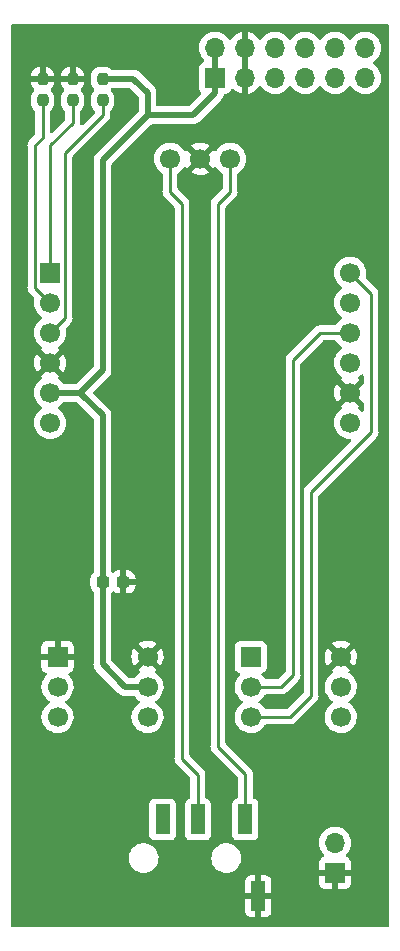
<source format=gtl>
G04 #@! TF.GenerationSoftware,KiCad,Pcbnew,6.0.9-8da3e8f707~116~ubuntu20.04.1*
G04 #@! TF.CreationDate,2022-12-17T22:04:31+01:00*
G04 #@! TF.ProjectId,pcm_pmod,70636d5f-706d-46f6-942e-6b696361645f,rev?*
G04 #@! TF.SameCoordinates,Original*
G04 #@! TF.FileFunction,Copper,L1,Top*
G04 #@! TF.FilePolarity,Positive*
%FSLAX46Y46*%
G04 Gerber Fmt 4.6, Leading zero omitted, Abs format (unit mm)*
G04 Created by KiCad (PCBNEW 6.0.9-8da3e8f707~116~ubuntu20.04.1) date 2022-12-17 22:04:31*
%MOMM*%
%LPD*%
G01*
G04 APERTURE LIST*
G04 Aperture macros list*
%AMRoundRect*
0 Rectangle with rounded corners*
0 $1 Rounding radius*
0 $2 $3 $4 $5 $6 $7 $8 $9 X,Y pos of 4 corners*
0 Add a 4 corners polygon primitive as box body*
4,1,4,$2,$3,$4,$5,$6,$7,$8,$9,$2,$3,0*
0 Add four circle primitives for the rounded corners*
1,1,$1+$1,$2,$3*
1,1,$1+$1,$4,$5*
1,1,$1+$1,$6,$7*
1,1,$1+$1,$8,$9*
0 Add four rect primitives between the rounded corners*
20,1,$1+$1,$2,$3,$4,$5,0*
20,1,$1+$1,$4,$5,$6,$7,0*
20,1,$1+$1,$6,$7,$8,$9,0*
20,1,$1+$1,$8,$9,$2,$3,0*%
G04 Aperture macros list end*
G04 #@! TA.AperFunction,SMDPad,CuDef*
%ADD10RoundRect,0.237500X-0.237500X0.250000X-0.237500X-0.250000X0.237500X-0.250000X0.237500X0.250000X0*%
G04 #@! TD*
G04 #@! TA.AperFunction,SMDPad,CuDef*
%ADD11RoundRect,0.237500X0.237500X-0.250000X0.237500X0.250000X-0.237500X0.250000X-0.237500X-0.250000X0*%
G04 #@! TD*
G04 #@! TA.AperFunction,SMDPad,CuDef*
%ADD12R,1.200000X2.500000*%
G04 #@! TD*
G04 #@! TA.AperFunction,ComponentPad*
%ADD13R,1.700000X1.700000*%
G04 #@! TD*
G04 #@! TA.AperFunction,ComponentPad*
%ADD14C,1.700000*%
G04 #@! TD*
G04 #@! TA.AperFunction,SMDPad,CuDef*
%ADD15RoundRect,0.237500X-0.300000X-0.237500X0.300000X-0.237500X0.300000X0.237500X-0.300000X0.237500X0*%
G04 #@! TD*
G04 #@! TA.AperFunction,ComponentPad*
%ADD16O,1.700000X1.700000*%
G04 #@! TD*
G04 #@! TA.AperFunction,Conductor*
%ADD17C,0.250000*%
G04 #@! TD*
G04 #@! TA.AperFunction,Conductor*
%ADD18C,0.500000*%
G04 #@! TD*
G04 APERTURE END LIST*
D10*
X106045000Y-71200000D03*
X106045000Y-73025000D03*
D11*
X100965000Y-73025000D03*
X100965000Y-71200000D03*
X103505000Y-73025000D03*
X103505000Y-71200000D03*
D12*
X114125000Y-133910000D03*
X111125000Y-133910000D03*
X119225000Y-140410000D03*
X118125000Y-133910000D03*
D13*
X101600000Y-87630000D03*
D14*
X101600000Y-90170000D03*
X101600000Y-92710000D03*
X101600000Y-95250000D03*
X101600000Y-97790000D03*
X101600000Y-100330000D03*
X127000000Y-100330000D03*
X127000000Y-97790000D03*
X127000000Y-95250000D03*
X127000000Y-92710000D03*
X127000000Y-90170000D03*
X127000000Y-87630000D03*
X116840000Y-77978000D03*
X114300000Y-77978000D03*
X111760000Y-77978000D03*
D15*
X106071500Y-113792000D03*
X107796500Y-113792000D03*
D13*
X115570000Y-71120000D03*
D16*
X115570000Y-68580000D03*
X118110000Y-71120000D03*
X118110000Y-68580000D03*
X120650000Y-71120000D03*
X120650000Y-68580000D03*
X123190000Y-71120000D03*
X123190000Y-68580000D03*
X125730000Y-71120000D03*
X125730000Y-68580000D03*
X128270000Y-71120000D03*
X128270000Y-68580000D03*
D13*
X118595000Y-120142000D03*
D14*
X118595000Y-122682000D03*
X118595000Y-125222000D03*
X126215000Y-125222000D03*
X126215000Y-122682000D03*
X126215000Y-120142000D03*
D13*
X102235000Y-120142000D03*
D14*
X102235000Y-122682000D03*
X102235000Y-125222000D03*
X109855000Y-125222000D03*
X109855000Y-122682000D03*
X109855000Y-120142000D03*
D13*
X125730000Y-138430000D03*
D16*
X125730000Y-135890000D03*
D17*
X101600000Y-92710000D02*
X102870000Y-91440000D01*
X102870000Y-91440000D02*
X102870000Y-77470000D01*
X102870000Y-77470000D02*
X106045000Y-74295000D01*
X106045000Y-74295000D02*
X106045000Y-73025000D01*
D18*
X109855000Y-74295000D02*
X109855000Y-72390000D01*
X109855000Y-72390000D02*
X108665000Y-71200000D01*
X108665000Y-71200000D02*
X106045000Y-71200000D01*
D17*
X101600000Y-87630000D02*
X101600000Y-76835000D01*
X101600000Y-76835000D02*
X103505000Y-74930000D01*
X103505000Y-74930000D02*
X103505000Y-73025000D01*
X101600000Y-90170000D02*
X100330000Y-88900000D01*
X100330000Y-88900000D02*
X100330000Y-76835000D01*
X100330000Y-76835000D02*
X100965000Y-76200000D01*
X100965000Y-76200000D02*
X100965000Y-73025000D01*
D18*
X115570000Y-68580000D02*
X115570000Y-71120000D01*
X106045000Y-108585000D02*
X106045000Y-99695000D01*
X104140000Y-97790000D02*
X106045000Y-95885000D01*
X106045000Y-95885000D02*
X106045000Y-78105000D01*
X109855000Y-74295000D02*
X113665000Y-74295000D01*
X109855000Y-122682000D02*
X107950000Y-122682000D01*
X106045000Y-78105000D02*
X109855000Y-74295000D01*
X115570000Y-72390000D02*
X115570000Y-71120000D01*
X106045000Y-115697000D02*
X106045000Y-108585000D01*
X106045000Y-99695000D02*
X104140000Y-97790000D01*
X106045000Y-120777000D02*
X106045000Y-115697000D01*
X104140000Y-97790000D02*
X101600000Y-97790000D01*
X113665000Y-74295000D02*
X115570000Y-72390000D01*
X107950000Y-122682000D02*
X106045000Y-120777000D01*
D17*
X122174000Y-121666000D02*
X122174000Y-94996000D01*
X121158000Y-122682000D02*
X122174000Y-121666000D01*
X118595000Y-122682000D02*
X121158000Y-122682000D01*
X122174000Y-94996000D02*
X124460000Y-92710000D01*
X124460000Y-92710000D02*
X127000000Y-92710000D01*
X128778000Y-101092000D02*
X128778000Y-89408000D01*
X128778000Y-89408000D02*
X127000000Y-87630000D01*
X123698000Y-106172000D02*
X128778000Y-101092000D01*
X121920000Y-125222000D02*
X123698000Y-123444000D01*
X118595000Y-125222000D02*
X121920000Y-125222000D01*
X123698000Y-123444000D02*
X123698000Y-106172000D01*
X114125000Y-130127000D02*
X114125000Y-133910000D01*
X112776000Y-81788000D02*
X112776000Y-128778000D01*
X111760000Y-80772000D02*
X112776000Y-81788000D01*
X111760000Y-77978000D02*
X111760000Y-80772000D01*
X112776000Y-128778000D02*
X114125000Y-130127000D01*
X116840000Y-80772000D02*
X115824000Y-81788000D01*
X115824000Y-98044000D02*
X115824000Y-127762000D01*
X118125000Y-130063000D02*
X118125000Y-133910000D01*
X115824000Y-127762000D02*
X118125000Y-130063000D01*
X116840000Y-77978000D02*
X116840000Y-80772000D01*
X115824000Y-81788000D02*
X115824000Y-98044000D01*
G04 #@! TA.AperFunction,Conductor*
G36*
X130145018Y-66550000D02*
G01*
X130159853Y-66552310D01*
X130159855Y-66552310D01*
X130168724Y-66553691D01*
X130174508Y-66552935D01*
X130240868Y-66573307D01*
X130286700Y-66627528D01*
X130295165Y-66668873D01*
X130296309Y-66668723D01*
X130296309Y-66668724D01*
X130296329Y-66668873D01*
X130300436Y-66700283D01*
X130301500Y-66716621D01*
X130301500Y-142825633D01*
X130300000Y-142845018D01*
X130296309Y-142868724D01*
X130297065Y-142874508D01*
X130276693Y-142940868D01*
X130222472Y-142986700D01*
X130181127Y-142995165D01*
X130181277Y-142996309D01*
X130181276Y-142996309D01*
X130149714Y-143000436D01*
X130133379Y-143001500D01*
X98474367Y-143001500D01*
X98454982Y-143000000D01*
X98440148Y-142997690D01*
X98440145Y-142997690D01*
X98431276Y-142996309D01*
X98426065Y-142996990D01*
X98359984Y-142976706D01*
X98314150Y-142922486D01*
X98303671Y-142879778D01*
X98303729Y-142875000D01*
X98299773Y-142847376D01*
X98298500Y-142829514D01*
X98298500Y-141704669D01*
X118117001Y-141704669D01*
X118117371Y-141711490D01*
X118122895Y-141762352D01*
X118126521Y-141777604D01*
X118171676Y-141898054D01*
X118180214Y-141913649D01*
X118256715Y-142015724D01*
X118269276Y-142028285D01*
X118371351Y-142104786D01*
X118386946Y-142113324D01*
X118507394Y-142158478D01*
X118522649Y-142162105D01*
X118573514Y-142167631D01*
X118580328Y-142168000D01*
X118952885Y-142168000D01*
X118968124Y-142163525D01*
X118969329Y-142162135D01*
X118971000Y-142154452D01*
X118971000Y-142149884D01*
X119479000Y-142149884D01*
X119483475Y-142165123D01*
X119484865Y-142166328D01*
X119492548Y-142167999D01*
X119869669Y-142167999D01*
X119876490Y-142167629D01*
X119927352Y-142162105D01*
X119942604Y-142158479D01*
X120063054Y-142113324D01*
X120078649Y-142104786D01*
X120180724Y-142028285D01*
X120193285Y-142015724D01*
X120269786Y-141913649D01*
X120278324Y-141898054D01*
X120323478Y-141777606D01*
X120327105Y-141762351D01*
X120332631Y-141711486D01*
X120333000Y-141704672D01*
X120333000Y-140682115D01*
X120328525Y-140666876D01*
X120327135Y-140665671D01*
X120319452Y-140664000D01*
X119497115Y-140664000D01*
X119481876Y-140668475D01*
X119480671Y-140669865D01*
X119479000Y-140677548D01*
X119479000Y-142149884D01*
X118971000Y-142149884D01*
X118971000Y-140682115D01*
X118966525Y-140666876D01*
X118965135Y-140665671D01*
X118957452Y-140664000D01*
X118135116Y-140664000D01*
X118119877Y-140668475D01*
X118118672Y-140669865D01*
X118117001Y-140677548D01*
X118117001Y-141704669D01*
X98298500Y-141704669D01*
X98298500Y-140137885D01*
X118117000Y-140137885D01*
X118121475Y-140153124D01*
X118122865Y-140154329D01*
X118130548Y-140156000D01*
X118952885Y-140156000D01*
X118968124Y-140151525D01*
X118969329Y-140150135D01*
X118971000Y-140142452D01*
X118971000Y-140137885D01*
X119479000Y-140137885D01*
X119483475Y-140153124D01*
X119484865Y-140154329D01*
X119492548Y-140156000D01*
X120314884Y-140156000D01*
X120330123Y-140151525D01*
X120331328Y-140150135D01*
X120332999Y-140142452D01*
X120332999Y-139324669D01*
X124372001Y-139324669D01*
X124372371Y-139331490D01*
X124377895Y-139382352D01*
X124381521Y-139397604D01*
X124426676Y-139518054D01*
X124435214Y-139533649D01*
X124511715Y-139635724D01*
X124524276Y-139648285D01*
X124626351Y-139724786D01*
X124641946Y-139733324D01*
X124762394Y-139778478D01*
X124777649Y-139782105D01*
X124828514Y-139787631D01*
X124835328Y-139788000D01*
X125457885Y-139788000D01*
X125473124Y-139783525D01*
X125474329Y-139782135D01*
X125476000Y-139774452D01*
X125476000Y-139769884D01*
X125984000Y-139769884D01*
X125988475Y-139785123D01*
X125989865Y-139786328D01*
X125997548Y-139787999D01*
X126624669Y-139787999D01*
X126631490Y-139787629D01*
X126682352Y-139782105D01*
X126697604Y-139778479D01*
X126818054Y-139733324D01*
X126833649Y-139724786D01*
X126935724Y-139648285D01*
X126948285Y-139635724D01*
X127024786Y-139533649D01*
X127033324Y-139518054D01*
X127078478Y-139397606D01*
X127082105Y-139382351D01*
X127087631Y-139331486D01*
X127088000Y-139324672D01*
X127088000Y-138702115D01*
X127083525Y-138686876D01*
X127082135Y-138685671D01*
X127074452Y-138684000D01*
X126002115Y-138684000D01*
X125986876Y-138688475D01*
X125985671Y-138689865D01*
X125984000Y-138697548D01*
X125984000Y-139769884D01*
X125476000Y-139769884D01*
X125476000Y-138702115D01*
X125471525Y-138686876D01*
X125470135Y-138685671D01*
X125462452Y-138684000D01*
X124390116Y-138684000D01*
X124374877Y-138688475D01*
X124373672Y-138689865D01*
X124372001Y-138697548D01*
X124372001Y-139324669D01*
X120332999Y-139324669D01*
X120332999Y-139115331D01*
X120332629Y-139108510D01*
X120327105Y-139057648D01*
X120323479Y-139042396D01*
X120278324Y-138921946D01*
X120269786Y-138906351D01*
X120193285Y-138804276D01*
X120180724Y-138791715D01*
X120078649Y-138715214D01*
X120063054Y-138706676D01*
X119942606Y-138661522D01*
X119927351Y-138657895D01*
X119876486Y-138652369D01*
X119869672Y-138652000D01*
X119497115Y-138652000D01*
X119481876Y-138656475D01*
X119480671Y-138657865D01*
X119479000Y-138665548D01*
X119479000Y-140137885D01*
X118971000Y-140137885D01*
X118971000Y-138670116D01*
X118966525Y-138654877D01*
X118965135Y-138653672D01*
X118957452Y-138652001D01*
X118580331Y-138652001D01*
X118573510Y-138652371D01*
X118522648Y-138657895D01*
X118507396Y-138661521D01*
X118386946Y-138706676D01*
X118371351Y-138715214D01*
X118269276Y-138791715D01*
X118256715Y-138804276D01*
X118180214Y-138906351D01*
X118171676Y-138921946D01*
X118126522Y-139042394D01*
X118122895Y-139057649D01*
X118117369Y-139108514D01*
X118117000Y-139115328D01*
X118117000Y-140137885D01*
X98298500Y-140137885D01*
X98298500Y-137199690D01*
X108262037Y-137199690D01*
X108289025Y-137422715D01*
X108355082Y-137637435D01*
X108357652Y-137642415D01*
X108357654Y-137642419D01*
X108422852Y-137768738D01*
X108458118Y-137837064D01*
X108594877Y-138015292D01*
X108761036Y-138166485D01*
X108765783Y-138169463D01*
X108765786Y-138169465D01*
X108894229Y-138250036D01*
X108951344Y-138285864D01*
X109159783Y-138369656D01*
X109379767Y-138415213D01*
X109384378Y-138415479D01*
X109384379Y-138415479D01*
X109434952Y-138418395D01*
X109434956Y-138418395D01*
X109436775Y-138418500D01*
X109581999Y-138418500D01*
X109584786Y-138418251D01*
X109584792Y-138418251D01*
X109654929Y-138411991D01*
X109748762Y-138403617D01*
X109754176Y-138402136D01*
X109754181Y-138402135D01*
X109881912Y-138367191D01*
X109965451Y-138344337D01*
X109970509Y-138341925D01*
X109970513Y-138341923D01*
X110088042Y-138285864D01*
X110168218Y-138247622D01*
X110350654Y-138116529D01*
X110506992Y-137955201D01*
X110632290Y-137768738D01*
X110722588Y-137563033D01*
X110729240Y-137535328D01*
X110773722Y-137350046D01*
X110773722Y-137350045D01*
X110775032Y-137344589D01*
X110783386Y-137199690D01*
X115262037Y-137199690D01*
X115289025Y-137422715D01*
X115355082Y-137637435D01*
X115357652Y-137642415D01*
X115357654Y-137642419D01*
X115422852Y-137768738D01*
X115458118Y-137837064D01*
X115594877Y-138015292D01*
X115761036Y-138166485D01*
X115765783Y-138169463D01*
X115765786Y-138169465D01*
X115894229Y-138250036D01*
X115951344Y-138285864D01*
X116159783Y-138369656D01*
X116379767Y-138415213D01*
X116384378Y-138415479D01*
X116384379Y-138415479D01*
X116434952Y-138418395D01*
X116434956Y-138418395D01*
X116436775Y-138418500D01*
X116581999Y-138418500D01*
X116584786Y-138418251D01*
X116584792Y-138418251D01*
X116654929Y-138411991D01*
X116748762Y-138403617D01*
X116754176Y-138402136D01*
X116754181Y-138402135D01*
X116881912Y-138367191D01*
X116965451Y-138344337D01*
X116970509Y-138341925D01*
X116970513Y-138341923D01*
X117088042Y-138285864D01*
X117168218Y-138247622D01*
X117350654Y-138116529D01*
X117506992Y-137955201D01*
X117632290Y-137768738D01*
X117722588Y-137563033D01*
X117729240Y-137535328D01*
X117773722Y-137350046D01*
X117773722Y-137350045D01*
X117775032Y-137344589D01*
X117787963Y-137120310D01*
X117760975Y-136897285D01*
X117694918Y-136682565D01*
X117645820Y-136587438D01*
X117594454Y-136487919D01*
X117594454Y-136487918D01*
X117591882Y-136482936D01*
X117455123Y-136304708D01*
X117288964Y-136153515D01*
X117284217Y-136150537D01*
X117284214Y-136150535D01*
X117103405Y-136037115D01*
X117098656Y-136034136D01*
X116890217Y-135950344D01*
X116670233Y-135904787D01*
X116665622Y-135904521D01*
X116665621Y-135904521D01*
X116615048Y-135901605D01*
X116615044Y-135901605D01*
X116613225Y-135901500D01*
X116468001Y-135901500D01*
X116465214Y-135901749D01*
X116465208Y-135901749D01*
X116395071Y-135908009D01*
X116301238Y-135916383D01*
X116295824Y-135917864D01*
X116295819Y-135917865D01*
X116181262Y-135949205D01*
X116084549Y-135975663D01*
X116079491Y-135978075D01*
X116079487Y-135978077D01*
X115983166Y-136024020D01*
X115881782Y-136072378D01*
X115699346Y-136203471D01*
X115543008Y-136364799D01*
X115417710Y-136551262D01*
X115327412Y-136756967D01*
X115326103Y-136762418D01*
X115326102Y-136762422D01*
X115276278Y-136969954D01*
X115274968Y-136975411D01*
X115262037Y-137199690D01*
X110783386Y-137199690D01*
X110787963Y-137120310D01*
X110760975Y-136897285D01*
X110694918Y-136682565D01*
X110645820Y-136587438D01*
X110594454Y-136487919D01*
X110594454Y-136487918D01*
X110591882Y-136482936D01*
X110455123Y-136304708D01*
X110288964Y-136153515D01*
X110284217Y-136150537D01*
X110284214Y-136150535D01*
X110103405Y-136037115D01*
X110098656Y-136034136D01*
X109890217Y-135950344D01*
X109670233Y-135904787D01*
X109665622Y-135904521D01*
X109665621Y-135904521D01*
X109615048Y-135901605D01*
X109615044Y-135901605D01*
X109613225Y-135901500D01*
X109468001Y-135901500D01*
X109465214Y-135901749D01*
X109465208Y-135901749D01*
X109395071Y-135908009D01*
X109301238Y-135916383D01*
X109295824Y-135917864D01*
X109295819Y-135917865D01*
X109181262Y-135949205D01*
X109084549Y-135975663D01*
X109079491Y-135978075D01*
X109079487Y-135978077D01*
X108983166Y-136024020D01*
X108881782Y-136072378D01*
X108699346Y-136203471D01*
X108543008Y-136364799D01*
X108417710Y-136551262D01*
X108327412Y-136756967D01*
X108326103Y-136762418D01*
X108326102Y-136762422D01*
X108276278Y-136969954D01*
X108274968Y-136975411D01*
X108262037Y-137199690D01*
X98298500Y-137199690D01*
X98298500Y-135856695D01*
X124367251Y-135856695D01*
X124367548Y-135861848D01*
X124367548Y-135861851D01*
X124374250Y-135978077D01*
X124380110Y-136079715D01*
X124381247Y-136084761D01*
X124381248Y-136084767D01*
X124396070Y-136150535D01*
X124429222Y-136297639D01*
X124467461Y-136391811D01*
X124502657Y-136478488D01*
X124513266Y-136504616D01*
X124515965Y-136509020D01*
X124625599Y-136687927D01*
X124629987Y-136695088D01*
X124776250Y-136863938D01*
X124780225Y-136867238D01*
X124780231Y-136867244D01*
X124785425Y-136871556D01*
X124825059Y-136930460D01*
X124826555Y-137001441D01*
X124789439Y-137061962D01*
X124749168Y-137086480D01*
X124641946Y-137126676D01*
X124626351Y-137135214D01*
X124524276Y-137211715D01*
X124511715Y-137224276D01*
X124435214Y-137326351D01*
X124426676Y-137341946D01*
X124381522Y-137462394D01*
X124377895Y-137477649D01*
X124372369Y-137528514D01*
X124372000Y-137535328D01*
X124372000Y-138157885D01*
X124376475Y-138173124D01*
X124377865Y-138174329D01*
X124385548Y-138176000D01*
X127069884Y-138176000D01*
X127085123Y-138171525D01*
X127086328Y-138170135D01*
X127087999Y-138162452D01*
X127087999Y-137535331D01*
X127087629Y-137528510D01*
X127082105Y-137477648D01*
X127078479Y-137462396D01*
X127033324Y-137341946D01*
X127024786Y-137326351D01*
X126948285Y-137224276D01*
X126935724Y-137211715D01*
X126833649Y-137135214D01*
X126818054Y-137126676D01*
X126707813Y-137085348D01*
X126651049Y-137042706D01*
X126626349Y-136976145D01*
X126641557Y-136906796D01*
X126663104Y-136878115D01*
X126764430Y-136777144D01*
X126764440Y-136777132D01*
X126768096Y-136773489D01*
X126776049Y-136762422D01*
X126895435Y-136596277D01*
X126898453Y-136592077D01*
X126997430Y-136391811D01*
X127062370Y-136178069D01*
X127091529Y-135956590D01*
X127091611Y-135953240D01*
X127093074Y-135893365D01*
X127093074Y-135893361D01*
X127093156Y-135890000D01*
X127074852Y-135667361D01*
X127020431Y-135450702D01*
X126931354Y-135245840D01*
X126810014Y-135058277D01*
X126659670Y-134893051D01*
X126655619Y-134889852D01*
X126655615Y-134889848D01*
X126488414Y-134757800D01*
X126488410Y-134757798D01*
X126484359Y-134754598D01*
X126288789Y-134646638D01*
X126283920Y-134644914D01*
X126283916Y-134644912D01*
X126083087Y-134573795D01*
X126083083Y-134573794D01*
X126078212Y-134572069D01*
X126073119Y-134571162D01*
X126073116Y-134571161D01*
X125863373Y-134533800D01*
X125863367Y-134533799D01*
X125858284Y-134532894D01*
X125784452Y-134531992D01*
X125640081Y-134530228D01*
X125640079Y-134530228D01*
X125634911Y-134530165D01*
X125414091Y-134563955D01*
X125201756Y-134633357D01*
X125003607Y-134736507D01*
X124999474Y-134739610D01*
X124999471Y-134739612D01*
X124975247Y-134757800D01*
X124824965Y-134870635D01*
X124670629Y-135032138D01*
X124544743Y-135216680D01*
X124529003Y-135250590D01*
X124456537Y-135406705D01*
X124450688Y-135419305D01*
X124390989Y-135634570D01*
X124367251Y-135856695D01*
X98298500Y-135856695D01*
X98298500Y-135208134D01*
X110016500Y-135208134D01*
X110023255Y-135270316D01*
X110074385Y-135406705D01*
X110161739Y-135523261D01*
X110278295Y-135610615D01*
X110414684Y-135661745D01*
X110476866Y-135668500D01*
X111773134Y-135668500D01*
X111835316Y-135661745D01*
X111971705Y-135610615D01*
X112088261Y-135523261D01*
X112175615Y-135406705D01*
X112226745Y-135270316D01*
X112233500Y-135208134D01*
X112233500Y-132611866D01*
X112226745Y-132549684D01*
X112175615Y-132413295D01*
X112088261Y-132296739D01*
X111971705Y-132209385D01*
X111835316Y-132158255D01*
X111773134Y-132151500D01*
X110476866Y-132151500D01*
X110414684Y-132158255D01*
X110278295Y-132209385D01*
X110161739Y-132296739D01*
X110074385Y-132413295D01*
X110023255Y-132549684D01*
X110016500Y-132611866D01*
X110016500Y-135208134D01*
X98298500Y-135208134D01*
X98298500Y-125188695D01*
X100872251Y-125188695D01*
X100872548Y-125193848D01*
X100872548Y-125193851D01*
X100878011Y-125288590D01*
X100885110Y-125411715D01*
X100886247Y-125416761D01*
X100886248Y-125416767D01*
X100906119Y-125504939D01*
X100934222Y-125629639D01*
X100994014Y-125776890D01*
X101011662Y-125820351D01*
X101018266Y-125836616D01*
X101134987Y-126027088D01*
X101281250Y-126195938D01*
X101453126Y-126338632D01*
X101646000Y-126451338D01*
X101854692Y-126531030D01*
X101859760Y-126532061D01*
X101859763Y-126532062D01*
X101967017Y-126553883D01*
X102073597Y-126575567D01*
X102078772Y-126575757D01*
X102078774Y-126575757D01*
X102291673Y-126583564D01*
X102291677Y-126583564D01*
X102296837Y-126583753D01*
X102301957Y-126583097D01*
X102301959Y-126583097D01*
X102513288Y-126556025D01*
X102513289Y-126556025D01*
X102518416Y-126555368D01*
X102523366Y-126553883D01*
X102727429Y-126492661D01*
X102727434Y-126492659D01*
X102732384Y-126491174D01*
X102932994Y-126392896D01*
X103114860Y-126263173D01*
X103273096Y-126105489D01*
X103332594Y-126022689D01*
X103400435Y-125928277D01*
X103403453Y-125924077D01*
X103407145Y-125916608D01*
X103500136Y-125728453D01*
X103500137Y-125728451D01*
X103502430Y-125723811D01*
X103567370Y-125510069D01*
X103596529Y-125288590D01*
X103598156Y-125222000D01*
X103579852Y-124999361D01*
X103525431Y-124782702D01*
X103436354Y-124577840D01*
X103315014Y-124390277D01*
X103164670Y-124225051D01*
X103160619Y-124221852D01*
X103160615Y-124221848D01*
X102993414Y-124089800D01*
X102993410Y-124089798D01*
X102989359Y-124086598D01*
X102948053Y-124063796D01*
X102898084Y-124013364D01*
X102883312Y-123943921D01*
X102908428Y-123877516D01*
X102935780Y-123850909D01*
X103004952Y-123801569D01*
X103114860Y-123723173D01*
X103159128Y-123679060D01*
X103224102Y-123614312D01*
X103273096Y-123565489D01*
X103332594Y-123482689D01*
X103400435Y-123388277D01*
X103403453Y-123384077D01*
X103407145Y-123376608D01*
X103500136Y-123188453D01*
X103500137Y-123188451D01*
X103502430Y-123183811D01*
X103567370Y-122970069D01*
X103596529Y-122748590D01*
X103598156Y-122682000D01*
X103579852Y-122459361D01*
X103525431Y-122242702D01*
X103436354Y-122037840D01*
X103362384Y-121923500D01*
X103317822Y-121854617D01*
X103317820Y-121854614D01*
X103315014Y-121850277D01*
X103311538Y-121846457D01*
X103311533Y-121846450D01*
X103167435Y-121688088D01*
X103136383Y-121624242D01*
X103144779Y-121553744D01*
X103189956Y-121498976D01*
X103216400Y-121485307D01*
X103323052Y-121445325D01*
X103338649Y-121436786D01*
X103440724Y-121360285D01*
X103453285Y-121347724D01*
X103529786Y-121245649D01*
X103538324Y-121230054D01*
X103583478Y-121109606D01*
X103587105Y-121094351D01*
X103592631Y-121043486D01*
X103593000Y-121036672D01*
X103593000Y-120414115D01*
X103588525Y-120398876D01*
X103587135Y-120397671D01*
X103579452Y-120396000D01*
X100895116Y-120396000D01*
X100879877Y-120400475D01*
X100878672Y-120401865D01*
X100877001Y-120409548D01*
X100877001Y-121036669D01*
X100877371Y-121043490D01*
X100882895Y-121094352D01*
X100886521Y-121109604D01*
X100931676Y-121230054D01*
X100940214Y-121245649D01*
X101016715Y-121347724D01*
X101029276Y-121360285D01*
X101131351Y-121436786D01*
X101146946Y-121445324D01*
X101255827Y-121486142D01*
X101312591Y-121528784D01*
X101337291Y-121595345D01*
X101322083Y-121664694D01*
X101302691Y-121691175D01*
X101198241Y-121800476D01*
X101175629Y-121824138D01*
X101172720Y-121828403D01*
X101172714Y-121828411D01*
X101114666Y-121913507D01*
X101049743Y-122008680D01*
X100955688Y-122211305D01*
X100895989Y-122426570D01*
X100872251Y-122648695D01*
X100872548Y-122653848D01*
X100872548Y-122653851D01*
X100878011Y-122748590D01*
X100885110Y-122871715D01*
X100886247Y-122876761D01*
X100886248Y-122876767D01*
X100906119Y-122964939D01*
X100934222Y-123089639D01*
X100986547Y-123218501D01*
X101011662Y-123280351D01*
X101018266Y-123296616D01*
X101034693Y-123323423D01*
X101120874Y-123464057D01*
X101134987Y-123487088D01*
X101281250Y-123655938D01*
X101453126Y-123798632D01*
X101523595Y-123839811D01*
X101526445Y-123841476D01*
X101575169Y-123893114D01*
X101588240Y-123962897D01*
X101561509Y-124028669D01*
X101521055Y-124062027D01*
X101508607Y-124068507D01*
X101504474Y-124071610D01*
X101504471Y-124071612D01*
X101480247Y-124089800D01*
X101329965Y-124202635D01*
X101175629Y-124364138D01*
X101049743Y-124548680D01*
X100955688Y-124751305D01*
X100895989Y-124966570D01*
X100872251Y-125188695D01*
X98298500Y-125188695D01*
X98298500Y-119869885D01*
X100877000Y-119869885D01*
X100881475Y-119885124D01*
X100882865Y-119886329D01*
X100890548Y-119888000D01*
X101962885Y-119888000D01*
X101978124Y-119883525D01*
X101979329Y-119882135D01*
X101981000Y-119874452D01*
X101981000Y-119869885D01*
X102489000Y-119869885D01*
X102493475Y-119885124D01*
X102494865Y-119886329D01*
X102502548Y-119888000D01*
X103574884Y-119888000D01*
X103590123Y-119883525D01*
X103591328Y-119882135D01*
X103592999Y-119874452D01*
X103592999Y-119247331D01*
X103592629Y-119240510D01*
X103587105Y-119189648D01*
X103583479Y-119174396D01*
X103538324Y-119053946D01*
X103529786Y-119038351D01*
X103453285Y-118936276D01*
X103440724Y-118923715D01*
X103338649Y-118847214D01*
X103323054Y-118838676D01*
X103202606Y-118793522D01*
X103187351Y-118789895D01*
X103136486Y-118784369D01*
X103129672Y-118784000D01*
X102507115Y-118784000D01*
X102491876Y-118788475D01*
X102490671Y-118789865D01*
X102489000Y-118797548D01*
X102489000Y-119869885D01*
X101981000Y-119869885D01*
X101981000Y-118802116D01*
X101976525Y-118786877D01*
X101975135Y-118785672D01*
X101967452Y-118784001D01*
X101340331Y-118784001D01*
X101333510Y-118784371D01*
X101282648Y-118789895D01*
X101267396Y-118793521D01*
X101146946Y-118838676D01*
X101131351Y-118847214D01*
X101029276Y-118923715D01*
X101016715Y-118936276D01*
X100940214Y-119038351D01*
X100931676Y-119053946D01*
X100886522Y-119174394D01*
X100882895Y-119189649D01*
X100877369Y-119240514D01*
X100877000Y-119247328D01*
X100877000Y-119869885D01*
X98298500Y-119869885D01*
X98298500Y-95221863D01*
X100238050Y-95221863D01*
X100250309Y-95434477D01*
X100251745Y-95444697D01*
X100298565Y-95652446D01*
X100301645Y-95662275D01*
X100381770Y-95859603D01*
X100386413Y-95868794D01*
X100466460Y-95999420D01*
X100476916Y-96008880D01*
X100485694Y-96005096D01*
X101227978Y-95262812D01*
X101234356Y-95251132D01*
X101964408Y-95251132D01*
X101964539Y-95252965D01*
X101968790Y-95259580D01*
X102710474Y-96001264D01*
X102722484Y-96007823D01*
X102734223Y-95998855D01*
X102765004Y-95956019D01*
X102770315Y-95947180D01*
X102864670Y-95756267D01*
X102868469Y-95746672D01*
X102930376Y-95542915D01*
X102932555Y-95532834D01*
X102960590Y-95319887D01*
X102961109Y-95313212D01*
X102962572Y-95253364D01*
X102962378Y-95246646D01*
X102944781Y-95032604D01*
X102943096Y-95022424D01*
X102891214Y-94815875D01*
X102887894Y-94806124D01*
X102802972Y-94610814D01*
X102798105Y-94601739D01*
X102733063Y-94501197D01*
X102722377Y-94491995D01*
X102712812Y-94496398D01*
X101972022Y-95237188D01*
X101964408Y-95251132D01*
X101234356Y-95251132D01*
X101235592Y-95248868D01*
X101235461Y-95247035D01*
X101231210Y-95240420D01*
X100489849Y-94499059D01*
X100478313Y-94492759D01*
X100466031Y-94502382D01*
X100418089Y-94572662D01*
X100413004Y-94581613D01*
X100323338Y-94774783D01*
X100319775Y-94784470D01*
X100262864Y-94989681D01*
X100260933Y-94999800D01*
X100238302Y-95211574D01*
X100238050Y-95221863D01*
X98298500Y-95221863D01*
X98298500Y-76814943D01*
X99691780Y-76814943D01*
X99692526Y-76822835D01*
X99695941Y-76858961D01*
X99696500Y-76870819D01*
X99696500Y-88821233D01*
X99695973Y-88832416D01*
X99694298Y-88839909D01*
X99694547Y-88847835D01*
X99694547Y-88847836D01*
X99696438Y-88907986D01*
X99696500Y-88911945D01*
X99696500Y-88939856D01*
X99696997Y-88943790D01*
X99696997Y-88943791D01*
X99697005Y-88943856D01*
X99697938Y-88955693D01*
X99699327Y-88999889D01*
X99702563Y-89011027D01*
X99704978Y-89019339D01*
X99708987Y-89038700D01*
X99711526Y-89058797D01*
X99714445Y-89066168D01*
X99714445Y-89066170D01*
X99727804Y-89099912D01*
X99731649Y-89111142D01*
X99743982Y-89153593D01*
X99748015Y-89160412D01*
X99748017Y-89160417D01*
X99754293Y-89171028D01*
X99762988Y-89188776D01*
X99770448Y-89207617D01*
X99775110Y-89214033D01*
X99775110Y-89214034D01*
X99796436Y-89243387D01*
X99802952Y-89253307D01*
X99825458Y-89291362D01*
X99839779Y-89305683D01*
X99852619Y-89320716D01*
X99864528Y-89337107D01*
X99890082Y-89358247D01*
X99898605Y-89365298D01*
X99907384Y-89373288D01*
X100249778Y-89715682D01*
X100283804Y-89777994D01*
X100282100Y-89838448D01*
X100260989Y-89914570D01*
X100237251Y-90136695D01*
X100250110Y-90359715D01*
X100251247Y-90364761D01*
X100251248Y-90364767D01*
X100275304Y-90471508D01*
X100299222Y-90577639D01*
X100383266Y-90784616D01*
X100499987Y-90975088D01*
X100646250Y-91143938D01*
X100818126Y-91286632D01*
X100888595Y-91327811D01*
X100891445Y-91329476D01*
X100940169Y-91381114D01*
X100953240Y-91450897D01*
X100926509Y-91516669D01*
X100886055Y-91550027D01*
X100873607Y-91556507D01*
X100869474Y-91559610D01*
X100869471Y-91559612D01*
X100725940Y-91667378D01*
X100694965Y-91690635D01*
X100667843Y-91719017D01*
X100545011Y-91847553D01*
X100540629Y-91852138D01*
X100414743Y-92036680D01*
X100320688Y-92239305D01*
X100260989Y-92454570D01*
X100237251Y-92676695D01*
X100237548Y-92681848D01*
X100237548Y-92681851D01*
X100243011Y-92776590D01*
X100250110Y-92899715D01*
X100251247Y-92904761D01*
X100251248Y-92904767D01*
X100271119Y-92992939D01*
X100299222Y-93117639D01*
X100383266Y-93324616D01*
X100431707Y-93403665D01*
X100497291Y-93510688D01*
X100499987Y-93515088D01*
X100646250Y-93683938D01*
X100818126Y-93826632D01*
X100891445Y-93869476D01*
X100891955Y-93869774D01*
X100940679Y-93921412D01*
X100953750Y-93991195D01*
X100927019Y-94056967D01*
X100886562Y-94090327D01*
X100878460Y-94094544D01*
X100869734Y-94100039D01*
X100849677Y-94115099D01*
X100841223Y-94126427D01*
X100847968Y-94138758D01*
X101587188Y-94877978D01*
X101601132Y-94885592D01*
X101602965Y-94885461D01*
X101609580Y-94881210D01*
X102353389Y-94137401D01*
X102360410Y-94124544D01*
X102353611Y-94115213D01*
X102349559Y-94112521D01*
X102312602Y-94092120D01*
X102262631Y-94041687D01*
X102247859Y-93972245D01*
X102272975Y-93905839D01*
X102300327Y-93879232D01*
X102323797Y-93862491D01*
X102479860Y-93751173D01*
X102638096Y-93593489D01*
X102697594Y-93510689D01*
X102765435Y-93416277D01*
X102768453Y-93412077D01*
X102772611Y-93403665D01*
X102865136Y-93216453D01*
X102865137Y-93216451D01*
X102867430Y-93211811D01*
X102932370Y-92998069D01*
X102961529Y-92776590D01*
X102963156Y-92710000D01*
X102944852Y-92487361D01*
X102916821Y-92375765D01*
X102919625Y-92304823D01*
X102949930Y-92255974D01*
X103262247Y-91943657D01*
X103270537Y-91936113D01*
X103277018Y-91932000D01*
X103323659Y-91882332D01*
X103326413Y-91879491D01*
X103346134Y-91859770D01*
X103348612Y-91856575D01*
X103356318Y-91847553D01*
X103381158Y-91821101D01*
X103386586Y-91815321D01*
X103396346Y-91797568D01*
X103407199Y-91781045D01*
X103414753Y-91771306D01*
X103419613Y-91765041D01*
X103437176Y-91724457D01*
X103442383Y-91713827D01*
X103463695Y-91675060D01*
X103465666Y-91667383D01*
X103465668Y-91667378D01*
X103468732Y-91655442D01*
X103475138Y-91636730D01*
X103480033Y-91625419D01*
X103483181Y-91618145D01*
X103484421Y-91610317D01*
X103484423Y-91610310D01*
X103490099Y-91574476D01*
X103492505Y-91562856D01*
X103501528Y-91527711D01*
X103501528Y-91527710D01*
X103503500Y-91520030D01*
X103503500Y-91499776D01*
X103505051Y-91480065D01*
X103506980Y-91467886D01*
X103508220Y-91460057D01*
X103504059Y-91416038D01*
X103503500Y-91404181D01*
X103503500Y-77784594D01*
X103523502Y-77716473D01*
X103540405Y-77695499D01*
X106437253Y-74798652D01*
X106445539Y-74791112D01*
X106452018Y-74787000D01*
X106498644Y-74737348D01*
X106501398Y-74734507D01*
X106521135Y-74714770D01*
X106523615Y-74711573D01*
X106531320Y-74702551D01*
X106556159Y-74676100D01*
X106561586Y-74670321D01*
X106565405Y-74663375D01*
X106565407Y-74663372D01*
X106571348Y-74652566D01*
X106582199Y-74636047D01*
X106589758Y-74626301D01*
X106594614Y-74620041D01*
X106597759Y-74612772D01*
X106597762Y-74612768D01*
X106612174Y-74579463D01*
X106617391Y-74568813D01*
X106638695Y-74530060D01*
X106643733Y-74510437D01*
X106650137Y-74491734D01*
X106655033Y-74480420D01*
X106655033Y-74480419D01*
X106658181Y-74473145D01*
X106659420Y-74465322D01*
X106659423Y-74465312D01*
X106665099Y-74429476D01*
X106667505Y-74417856D01*
X106676528Y-74382711D01*
X106676528Y-74382710D01*
X106678500Y-74375030D01*
X106678500Y-74354776D01*
X106680051Y-74335065D01*
X106681980Y-74322886D01*
X106683220Y-74315057D01*
X106679059Y-74271038D01*
X106678500Y-74259181D01*
X106678500Y-73977464D01*
X106698502Y-73909343D01*
X106738196Y-73870321D01*
X106749031Y-73863616D01*
X106754204Y-73858434D01*
X106866758Y-73745684D01*
X106866762Y-73745679D01*
X106871929Y-73740503D01*
X106875770Y-73734272D01*
X106959369Y-73598650D01*
X106959370Y-73598648D01*
X106963209Y-73592420D01*
X107017974Y-73427309D01*
X107028500Y-73324572D01*
X107028500Y-72725428D01*
X107028064Y-72721225D01*
X107018419Y-72628265D01*
X107018418Y-72628261D01*
X107017707Y-72621407D01*
X106962654Y-72456393D01*
X106871116Y-72308469D01*
X106855793Y-72293173D01*
X106764214Y-72201753D01*
X106730135Y-72139470D01*
X106735138Y-72068650D01*
X106764059Y-72023562D01*
X106792090Y-71995482D01*
X106854372Y-71961403D01*
X106881263Y-71958500D01*
X108298629Y-71958500D01*
X108366750Y-71978502D01*
X108387724Y-71995405D01*
X109059595Y-72667276D01*
X109093621Y-72729588D01*
X109096500Y-72756371D01*
X109096500Y-73928629D01*
X109076498Y-73996750D01*
X109059595Y-74017724D01*
X105556089Y-77521230D01*
X105541677Y-77533616D01*
X105530082Y-77542149D01*
X105530077Y-77542154D01*
X105524182Y-77546492D01*
X105519443Y-77552070D01*
X105519440Y-77552073D01*
X105489965Y-77586768D01*
X105483035Y-77594284D01*
X105477340Y-77599979D01*
X105475060Y-77602861D01*
X105459719Y-77622251D01*
X105456928Y-77625655D01*
X105414409Y-77675703D01*
X105409667Y-77681285D01*
X105406339Y-77687801D01*
X105402972Y-77692850D01*
X105399805Y-77697979D01*
X105395266Y-77703716D01*
X105364345Y-77769875D01*
X105362442Y-77773769D01*
X105329231Y-77838808D01*
X105327492Y-77845916D01*
X105325393Y-77851559D01*
X105323476Y-77857322D01*
X105320378Y-77863950D01*
X105318888Y-77871112D01*
X105318888Y-77871113D01*
X105305514Y-77935412D01*
X105304544Y-77939696D01*
X105287192Y-78010610D01*
X105286500Y-78021764D01*
X105286464Y-78021762D01*
X105286225Y-78025755D01*
X105285851Y-78029947D01*
X105284360Y-78037115D01*
X105284558Y-78044432D01*
X105286454Y-78114521D01*
X105286500Y-78117928D01*
X105286500Y-95518629D01*
X105266498Y-95586750D01*
X105249595Y-95607724D01*
X103862724Y-96994595D01*
X103800412Y-97028621D01*
X103773629Y-97031500D01*
X102795939Y-97031500D01*
X102727818Y-97011498D01*
X102690147Y-96973941D01*
X102682818Y-96962612D01*
X102680014Y-96958277D01*
X102529670Y-96793051D01*
X102525619Y-96789852D01*
X102525615Y-96789848D01*
X102358414Y-96657800D01*
X102358410Y-96657798D01*
X102354359Y-96654598D01*
X102312569Y-96631529D01*
X102262598Y-96581097D01*
X102247826Y-96511654D01*
X102272942Y-96445248D01*
X102300293Y-96418642D01*
X102349247Y-96383723D01*
X102357648Y-96373023D01*
X102350660Y-96359870D01*
X101612812Y-95622022D01*
X101598868Y-95614408D01*
X101597035Y-95614539D01*
X101590420Y-95618790D01*
X100846737Y-96362473D01*
X100839977Y-96374853D01*
X100845258Y-96381907D01*
X100891969Y-96409203D01*
X100940693Y-96460841D01*
X100953764Y-96530624D01*
X100927033Y-96596396D01*
X100886584Y-96629752D01*
X100873607Y-96636507D01*
X100869474Y-96639610D01*
X100869471Y-96639612D01*
X100699100Y-96767530D01*
X100694965Y-96770635D01*
X100540629Y-96932138D01*
X100414743Y-97116680D01*
X100320688Y-97319305D01*
X100260989Y-97534570D01*
X100237251Y-97756695D01*
X100237548Y-97761848D01*
X100237548Y-97761851D01*
X100244308Y-97879095D01*
X100250110Y-97979715D01*
X100251247Y-97984761D01*
X100251248Y-97984767D01*
X100275304Y-98091508D01*
X100299222Y-98197639D01*
X100383266Y-98404616D01*
X100499987Y-98595088D01*
X100646250Y-98763938D01*
X100818126Y-98906632D01*
X100829063Y-98913023D01*
X100891445Y-98949476D01*
X100940169Y-99001114D01*
X100953240Y-99070897D01*
X100926509Y-99136669D01*
X100886055Y-99170027D01*
X100873607Y-99176507D01*
X100869474Y-99179610D01*
X100869471Y-99179612D01*
X100699100Y-99307530D01*
X100694965Y-99310635D01*
X100540629Y-99472138D01*
X100414743Y-99656680D01*
X100320688Y-99859305D01*
X100260989Y-100074570D01*
X100237251Y-100296695D01*
X100237548Y-100301848D01*
X100237548Y-100301851D01*
X100243011Y-100396590D01*
X100250110Y-100519715D01*
X100251247Y-100524761D01*
X100251248Y-100524767D01*
X100271119Y-100612939D01*
X100299222Y-100737639D01*
X100383266Y-100944616D01*
X100385965Y-100949020D01*
X100485874Y-101112057D01*
X100499987Y-101135088D01*
X100646250Y-101303938D01*
X100818126Y-101446632D01*
X101011000Y-101559338D01*
X101219692Y-101639030D01*
X101224760Y-101640061D01*
X101224763Y-101640062D01*
X101332017Y-101661883D01*
X101438597Y-101683567D01*
X101443772Y-101683757D01*
X101443774Y-101683757D01*
X101656673Y-101691564D01*
X101656677Y-101691564D01*
X101661837Y-101691753D01*
X101666957Y-101691097D01*
X101666959Y-101691097D01*
X101878288Y-101664025D01*
X101878289Y-101664025D01*
X101883416Y-101663368D01*
X101922434Y-101651662D01*
X102092429Y-101600661D01*
X102092434Y-101600659D01*
X102097384Y-101599174D01*
X102297994Y-101500896D01*
X102479860Y-101371173D01*
X102524128Y-101327060D01*
X102589102Y-101262312D01*
X102638096Y-101213489D01*
X102697594Y-101130689D01*
X102765435Y-101036277D01*
X102768453Y-101032077D01*
X102867430Y-100831811D01*
X102932370Y-100618069D01*
X102961529Y-100396590D01*
X102963156Y-100330000D01*
X102944852Y-100107361D01*
X102890431Y-99890702D01*
X102801354Y-99685840D01*
X102710476Y-99545364D01*
X102682822Y-99502617D01*
X102682820Y-99502614D01*
X102680014Y-99498277D01*
X102529670Y-99333051D01*
X102525619Y-99329852D01*
X102525615Y-99329848D01*
X102358414Y-99197800D01*
X102358410Y-99197798D01*
X102354359Y-99194598D01*
X102313053Y-99171796D01*
X102263084Y-99121364D01*
X102248312Y-99051921D01*
X102273428Y-98985516D01*
X102300780Y-98958909D01*
X102365110Y-98913023D01*
X102479860Y-98831173D01*
X102638096Y-98673489D01*
X102690203Y-98600974D01*
X102746198Y-98557326D01*
X102792526Y-98548500D01*
X103773629Y-98548500D01*
X103841750Y-98568502D01*
X103862724Y-98585405D01*
X105249595Y-99972275D01*
X105283620Y-100034587D01*
X105286500Y-100061370D01*
X105286500Y-112932260D01*
X105266498Y-113000381D01*
X105249679Y-113021270D01*
X105182071Y-113088997D01*
X105090791Y-113237080D01*
X105036026Y-113402191D01*
X105025500Y-113504928D01*
X105025500Y-114079072D01*
X105025837Y-114082318D01*
X105025837Y-114082322D01*
X105035440Y-114174868D01*
X105036293Y-114183093D01*
X105091346Y-114348107D01*
X105182884Y-114496031D01*
X105188066Y-114501204D01*
X105249518Y-114562549D01*
X105283597Y-114624832D01*
X105286500Y-114651722D01*
X105286500Y-120709930D01*
X105285067Y-120728880D01*
X105281801Y-120750349D01*
X105282394Y-120757641D01*
X105282394Y-120757644D01*
X105286085Y-120803018D01*
X105286500Y-120813233D01*
X105286500Y-120821293D01*
X105286925Y-120824937D01*
X105289789Y-120849507D01*
X105290222Y-120853882D01*
X105293230Y-120890855D01*
X105296140Y-120926637D01*
X105298396Y-120933601D01*
X105299587Y-120939560D01*
X105300971Y-120945415D01*
X105301818Y-120952681D01*
X105326735Y-121021327D01*
X105328152Y-121025455D01*
X105350649Y-121094899D01*
X105354445Y-121101154D01*
X105356951Y-121106628D01*
X105359670Y-121112058D01*
X105362167Y-121118937D01*
X105366180Y-121125057D01*
X105366180Y-121125058D01*
X105402186Y-121179976D01*
X105404523Y-121183680D01*
X105442405Y-121246107D01*
X105446121Y-121250315D01*
X105446122Y-121250316D01*
X105449803Y-121254484D01*
X105449776Y-121254508D01*
X105452428Y-121257499D01*
X105455132Y-121260733D01*
X105459144Y-121266852D01*
X105464457Y-121271885D01*
X105515365Y-121320111D01*
X105517807Y-121322488D01*
X106443040Y-122247720D01*
X107366227Y-123170907D01*
X107378613Y-123185319D01*
X107387149Y-123196917D01*
X107391492Y-123202818D01*
X107397070Y-123207557D01*
X107397073Y-123207560D01*
X107431775Y-123237041D01*
X107439291Y-123243971D01*
X107444980Y-123249660D01*
X107447834Y-123251918D01*
X107447844Y-123251927D01*
X107467242Y-123267274D01*
X107470642Y-123270062D01*
X107520707Y-123312595D01*
X107520711Y-123312598D01*
X107526285Y-123317333D01*
X107532800Y-123320660D01*
X107537837Y-123324019D01*
X107542975Y-123327192D01*
X107548716Y-123331734D01*
X107614875Y-123362655D01*
X107618769Y-123364558D01*
X107683808Y-123397769D01*
X107690917Y-123399508D01*
X107696551Y-123401604D01*
X107702321Y-123403523D01*
X107708950Y-123406622D01*
X107716113Y-123408112D01*
X107716116Y-123408113D01*
X107766830Y-123418661D01*
X107780435Y-123421491D01*
X107784701Y-123422457D01*
X107855610Y-123439808D01*
X107861212Y-123440156D01*
X107861215Y-123440156D01*
X107866764Y-123440500D01*
X107866762Y-123440535D01*
X107870734Y-123440775D01*
X107874955Y-123441152D01*
X107882115Y-123442641D01*
X107959542Y-123440546D01*
X107962950Y-123440500D01*
X108657491Y-123440500D01*
X108725612Y-123460502D01*
X108754402Y-123487595D01*
X108754987Y-123487088D01*
X108901250Y-123655938D01*
X109073126Y-123798632D01*
X109143595Y-123839811D01*
X109146445Y-123841476D01*
X109195169Y-123893114D01*
X109208240Y-123962897D01*
X109181509Y-124028669D01*
X109141055Y-124062027D01*
X109128607Y-124068507D01*
X109124474Y-124071610D01*
X109124471Y-124071612D01*
X109100247Y-124089800D01*
X108949965Y-124202635D01*
X108795629Y-124364138D01*
X108669743Y-124548680D01*
X108575688Y-124751305D01*
X108515989Y-124966570D01*
X108492251Y-125188695D01*
X108492548Y-125193848D01*
X108492548Y-125193851D01*
X108498011Y-125288590D01*
X108505110Y-125411715D01*
X108506247Y-125416761D01*
X108506248Y-125416767D01*
X108526119Y-125504939D01*
X108554222Y-125629639D01*
X108614014Y-125776890D01*
X108631662Y-125820351D01*
X108638266Y-125836616D01*
X108754987Y-126027088D01*
X108901250Y-126195938D01*
X109073126Y-126338632D01*
X109266000Y-126451338D01*
X109474692Y-126531030D01*
X109479760Y-126532061D01*
X109479763Y-126532062D01*
X109587017Y-126553883D01*
X109693597Y-126575567D01*
X109698772Y-126575757D01*
X109698774Y-126575757D01*
X109911673Y-126583564D01*
X109911677Y-126583564D01*
X109916837Y-126583753D01*
X109921957Y-126583097D01*
X109921959Y-126583097D01*
X110133288Y-126556025D01*
X110133289Y-126556025D01*
X110138416Y-126555368D01*
X110143366Y-126553883D01*
X110347429Y-126492661D01*
X110347434Y-126492659D01*
X110352384Y-126491174D01*
X110552994Y-126392896D01*
X110734860Y-126263173D01*
X110893096Y-126105489D01*
X110952594Y-126022689D01*
X111020435Y-125928277D01*
X111023453Y-125924077D01*
X111027145Y-125916608D01*
X111120136Y-125728453D01*
X111120137Y-125728451D01*
X111122430Y-125723811D01*
X111187370Y-125510069D01*
X111216529Y-125288590D01*
X111218156Y-125222000D01*
X111199852Y-124999361D01*
X111145431Y-124782702D01*
X111056354Y-124577840D01*
X110935014Y-124390277D01*
X110784670Y-124225051D01*
X110780619Y-124221852D01*
X110780615Y-124221848D01*
X110613414Y-124089800D01*
X110613410Y-124089798D01*
X110609359Y-124086598D01*
X110568053Y-124063796D01*
X110518084Y-124013364D01*
X110503312Y-123943921D01*
X110528428Y-123877516D01*
X110555780Y-123850909D01*
X110624952Y-123801569D01*
X110734860Y-123723173D01*
X110779128Y-123679060D01*
X110844102Y-123614312D01*
X110893096Y-123565489D01*
X110952594Y-123482689D01*
X111020435Y-123388277D01*
X111023453Y-123384077D01*
X111027145Y-123376608D01*
X111120136Y-123188453D01*
X111120137Y-123188451D01*
X111122430Y-123183811D01*
X111187370Y-122970069D01*
X111216529Y-122748590D01*
X111218156Y-122682000D01*
X111199852Y-122459361D01*
X111145431Y-122242702D01*
X111056354Y-122037840D01*
X110982384Y-121923500D01*
X110937822Y-121854617D01*
X110937820Y-121854614D01*
X110935014Y-121850277D01*
X110784670Y-121685051D01*
X110780619Y-121681852D01*
X110780615Y-121681848D01*
X110613414Y-121549800D01*
X110613410Y-121549798D01*
X110609359Y-121546598D01*
X110567569Y-121523529D01*
X110517598Y-121473097D01*
X110502826Y-121403654D01*
X110527942Y-121337248D01*
X110555293Y-121310642D01*
X110604247Y-121275723D01*
X110612648Y-121265023D01*
X110605660Y-121251870D01*
X109867812Y-120514022D01*
X109853868Y-120506408D01*
X109852035Y-120506539D01*
X109845420Y-120510790D01*
X109101737Y-121254473D01*
X109094977Y-121266853D01*
X109100258Y-121273907D01*
X109146969Y-121301203D01*
X109195693Y-121352841D01*
X109208764Y-121422624D01*
X109182033Y-121488396D01*
X109141584Y-121521752D01*
X109128607Y-121528507D01*
X109124474Y-121531610D01*
X109124471Y-121531612D01*
X108985273Y-121636125D01*
X108949965Y-121662635D01*
X108795629Y-121824138D01*
X108765363Y-121868507D01*
X108710455Y-121913507D01*
X108661277Y-121923500D01*
X108316371Y-121923500D01*
X108248250Y-121903498D01*
X108227276Y-121886595D01*
X106840405Y-120499724D01*
X106806379Y-120437412D01*
X106803500Y-120410629D01*
X106803500Y-120113863D01*
X108493050Y-120113863D01*
X108505309Y-120326477D01*
X108506745Y-120336697D01*
X108553565Y-120544446D01*
X108556645Y-120554275D01*
X108636770Y-120751603D01*
X108641413Y-120760794D01*
X108721460Y-120891420D01*
X108731916Y-120900880D01*
X108740694Y-120897096D01*
X109482978Y-120154812D01*
X109489356Y-120143132D01*
X110219408Y-120143132D01*
X110219539Y-120144965D01*
X110223790Y-120151580D01*
X110965474Y-120893264D01*
X110977484Y-120899823D01*
X110989223Y-120890855D01*
X111020004Y-120848019D01*
X111025315Y-120839180D01*
X111119670Y-120648267D01*
X111123469Y-120638672D01*
X111185376Y-120434915D01*
X111187555Y-120424834D01*
X111215590Y-120211887D01*
X111216109Y-120205212D01*
X111217572Y-120145364D01*
X111217378Y-120138646D01*
X111199781Y-119924604D01*
X111198096Y-119914424D01*
X111146214Y-119707875D01*
X111142894Y-119698124D01*
X111057972Y-119502814D01*
X111053105Y-119493739D01*
X110988063Y-119393197D01*
X110977377Y-119383995D01*
X110967812Y-119388398D01*
X110227022Y-120129188D01*
X110219408Y-120143132D01*
X109489356Y-120143132D01*
X109490592Y-120140868D01*
X109490461Y-120139035D01*
X109486210Y-120132420D01*
X108744849Y-119391059D01*
X108733313Y-119384759D01*
X108721031Y-119394382D01*
X108673089Y-119464662D01*
X108668004Y-119473613D01*
X108578338Y-119666783D01*
X108574775Y-119676470D01*
X108517864Y-119881681D01*
X108515933Y-119891800D01*
X108493302Y-120103574D01*
X108493050Y-120113863D01*
X106803500Y-120113863D01*
X106803500Y-119018427D01*
X109096223Y-119018427D01*
X109102968Y-119030758D01*
X109842188Y-119769978D01*
X109856132Y-119777592D01*
X109857965Y-119777461D01*
X109864580Y-119773210D01*
X110608389Y-119029401D01*
X110615410Y-119016544D01*
X110608611Y-119007213D01*
X110604554Y-119004518D01*
X110418117Y-118901599D01*
X110408705Y-118897369D01*
X110207959Y-118826280D01*
X110197989Y-118823646D01*
X109988327Y-118786301D01*
X109978073Y-118785331D01*
X109765116Y-118782728D01*
X109754832Y-118783448D01*
X109544321Y-118815661D01*
X109534293Y-118818050D01*
X109331868Y-118884212D01*
X109322359Y-118888209D01*
X109133466Y-118986540D01*
X109124734Y-118992039D01*
X109104677Y-119007099D01*
X109096223Y-119018427D01*
X106803500Y-119018427D01*
X106803500Y-114704834D01*
X106823502Y-114636713D01*
X106840324Y-114615820D01*
X106845272Y-114610863D01*
X106907553Y-114576781D01*
X106978373Y-114581781D01*
X107023470Y-114610708D01*
X107026131Y-114613364D01*
X107037540Y-114622375D01*
X107173063Y-114705912D01*
X107186241Y-114712056D01*
X107337766Y-114762315D01*
X107351132Y-114765181D01*
X107443770Y-114774672D01*
X107450185Y-114775000D01*
X107524385Y-114775000D01*
X107539624Y-114770525D01*
X107540829Y-114769135D01*
X107542500Y-114761452D01*
X107542500Y-114756885D01*
X108050500Y-114756885D01*
X108054975Y-114772124D01*
X108056365Y-114773329D01*
X108064048Y-114775000D01*
X108142766Y-114775000D01*
X108149282Y-114774663D01*
X108243132Y-114764925D01*
X108256528Y-114762032D01*
X108407953Y-114711512D01*
X108421115Y-114705347D01*
X108556492Y-114621574D01*
X108567890Y-114612540D01*
X108680363Y-114499871D01*
X108689375Y-114488460D01*
X108772912Y-114352937D01*
X108779056Y-114339759D01*
X108829315Y-114188234D01*
X108832181Y-114174868D01*
X108841672Y-114082230D01*
X108842000Y-114075815D01*
X108842000Y-114064115D01*
X108837525Y-114048876D01*
X108836135Y-114047671D01*
X108828452Y-114046000D01*
X108068615Y-114046000D01*
X108053376Y-114050475D01*
X108052171Y-114051865D01*
X108050500Y-114059548D01*
X108050500Y-114756885D01*
X107542500Y-114756885D01*
X107542500Y-113519885D01*
X108050500Y-113519885D01*
X108054975Y-113535124D01*
X108056365Y-113536329D01*
X108064048Y-113538000D01*
X108823885Y-113538000D01*
X108839124Y-113533525D01*
X108840329Y-113532135D01*
X108842000Y-113524452D01*
X108842000Y-113508234D01*
X108841663Y-113501718D01*
X108831925Y-113407868D01*
X108829032Y-113394472D01*
X108778512Y-113243047D01*
X108772347Y-113229885D01*
X108688574Y-113094508D01*
X108679540Y-113083110D01*
X108566871Y-112970637D01*
X108555460Y-112961625D01*
X108419937Y-112878088D01*
X108406759Y-112871944D01*
X108255234Y-112821685D01*
X108241868Y-112818819D01*
X108149230Y-112809328D01*
X108142815Y-112809000D01*
X108068615Y-112809000D01*
X108053376Y-112813475D01*
X108052171Y-112814865D01*
X108050500Y-112822548D01*
X108050500Y-113519885D01*
X107542500Y-113519885D01*
X107542500Y-112827115D01*
X107538025Y-112811876D01*
X107536635Y-112810671D01*
X107528952Y-112809000D01*
X107450234Y-112809000D01*
X107443718Y-112809337D01*
X107349868Y-112819075D01*
X107336472Y-112821968D01*
X107185047Y-112872488D01*
X107171885Y-112878653D01*
X107036508Y-112962426D01*
X107025106Y-112971464D01*
X107023433Y-112973139D01*
X107022007Y-112973919D01*
X107019373Y-112976007D01*
X107019016Y-112975556D01*
X106961151Y-113007219D01*
X106890331Y-113002216D01*
X106845249Y-112973302D01*
X106840489Y-112968551D01*
X106806405Y-112906271D01*
X106803500Y-112879371D01*
X106803500Y-99762070D01*
X106804933Y-99743120D01*
X106807099Y-99728885D01*
X106807099Y-99728881D01*
X106808199Y-99721651D01*
X106803915Y-99668982D01*
X106803500Y-99658767D01*
X106803500Y-99650707D01*
X106800209Y-99622480D01*
X106799778Y-99618121D01*
X106794453Y-99552660D01*
X106793860Y-99545364D01*
X106791605Y-99538403D01*
X106790418Y-99532463D01*
X106789029Y-99526588D01*
X106788182Y-99519319D01*
X106763264Y-99450670D01*
X106761847Y-99446542D01*
X106741607Y-99384064D01*
X106741606Y-99384062D01*
X106739351Y-99377101D01*
X106735555Y-99370846D01*
X106733049Y-99365372D01*
X106730330Y-99359942D01*
X106727833Y-99353063D01*
X106716865Y-99336334D01*
X106687814Y-99292024D01*
X106685467Y-99288305D01*
X106647595Y-99225893D01*
X106640197Y-99217516D01*
X106640224Y-99217492D01*
X106637571Y-99214500D01*
X106634868Y-99211267D01*
X106630856Y-99205148D01*
X106574617Y-99151872D01*
X106572175Y-99149494D01*
X105301776Y-97879095D01*
X105267750Y-97816783D01*
X105272815Y-97745968D01*
X105301776Y-97700905D01*
X106533907Y-96468773D01*
X106548319Y-96456387D01*
X106559917Y-96447851D01*
X106559919Y-96447850D01*
X106565818Y-96443508D01*
X106570557Y-96437930D01*
X106570560Y-96437927D01*
X106600041Y-96403225D01*
X106606971Y-96395709D01*
X106612660Y-96390020D01*
X106614918Y-96387166D01*
X106614927Y-96387156D01*
X106630274Y-96367758D01*
X106633062Y-96364358D01*
X106675595Y-96314293D01*
X106675598Y-96314289D01*
X106680333Y-96308715D01*
X106683660Y-96302200D01*
X106687019Y-96297163D01*
X106690192Y-96292025D01*
X106694734Y-96286284D01*
X106725655Y-96220125D01*
X106727561Y-96216225D01*
X106731899Y-96207730D01*
X106760769Y-96151192D01*
X106762508Y-96144083D01*
X106764604Y-96138449D01*
X106766523Y-96132679D01*
X106769622Y-96126050D01*
X106784491Y-96054565D01*
X106785461Y-96050282D01*
X106795592Y-96008880D01*
X106802808Y-95979390D01*
X106803500Y-95968236D01*
X106803535Y-95968238D01*
X106803775Y-95964266D01*
X106804152Y-95960045D01*
X106805641Y-95952885D01*
X106803546Y-95875458D01*
X106803500Y-95872050D01*
X106803500Y-78471371D01*
X106823502Y-78403250D01*
X106840405Y-78382276D01*
X107277986Y-77944695D01*
X110397251Y-77944695D01*
X110397548Y-77949848D01*
X110397548Y-77949851D01*
X110403002Y-78044432D01*
X110410110Y-78167715D01*
X110411247Y-78172761D01*
X110411248Y-78172767D01*
X110431119Y-78260939D01*
X110459222Y-78385639D01*
X110543266Y-78592616D01*
X110545965Y-78597020D01*
X110657288Y-78778683D01*
X110659987Y-78783088D01*
X110806250Y-78951938D01*
X110978126Y-79094632D01*
X111007374Y-79111723D01*
X111064070Y-79144853D01*
X111112794Y-79196491D01*
X111126500Y-79253641D01*
X111126500Y-80693233D01*
X111125973Y-80704416D01*
X111124298Y-80711909D01*
X111124547Y-80719835D01*
X111124547Y-80719836D01*
X111126438Y-80779986D01*
X111126500Y-80783945D01*
X111126500Y-80811856D01*
X111126997Y-80815790D01*
X111126997Y-80815791D01*
X111127005Y-80815856D01*
X111127938Y-80827693D01*
X111129327Y-80871889D01*
X111134978Y-80891339D01*
X111138987Y-80910700D01*
X111141526Y-80930797D01*
X111144445Y-80938168D01*
X111144445Y-80938170D01*
X111157804Y-80971912D01*
X111161649Y-80983142D01*
X111173982Y-81025593D01*
X111178015Y-81032412D01*
X111178017Y-81032417D01*
X111184293Y-81043028D01*
X111192988Y-81060776D01*
X111200448Y-81079617D01*
X111205110Y-81086033D01*
X111205110Y-81086034D01*
X111226436Y-81115387D01*
X111232952Y-81125307D01*
X111241862Y-81140372D01*
X111255458Y-81163362D01*
X111269779Y-81177683D01*
X111282619Y-81192716D01*
X111294528Y-81209107D01*
X111300632Y-81214157D01*
X111300637Y-81214162D01*
X111328598Y-81237293D01*
X111337379Y-81245283D01*
X112105596Y-82013501D01*
X112139621Y-82075813D01*
X112142500Y-82102596D01*
X112142500Y-128699233D01*
X112141973Y-128710416D01*
X112140298Y-128717909D01*
X112140547Y-128725835D01*
X112140547Y-128725836D01*
X112142438Y-128785986D01*
X112142500Y-128789945D01*
X112142500Y-128817856D01*
X112142997Y-128821790D01*
X112142997Y-128821791D01*
X112143005Y-128821856D01*
X112143938Y-128833693D01*
X112145327Y-128877889D01*
X112150978Y-128897339D01*
X112154987Y-128916700D01*
X112157526Y-128936797D01*
X112160445Y-128944168D01*
X112160445Y-128944170D01*
X112173804Y-128977912D01*
X112177649Y-128989142D01*
X112189982Y-129031593D01*
X112194015Y-129038412D01*
X112194017Y-129038417D01*
X112200293Y-129049028D01*
X112208988Y-129066776D01*
X112216448Y-129085617D01*
X112221110Y-129092033D01*
X112221110Y-129092034D01*
X112242436Y-129121387D01*
X112248952Y-129131307D01*
X112271458Y-129169362D01*
X112285779Y-129183683D01*
X112298619Y-129198716D01*
X112310528Y-129215107D01*
X112316634Y-129220158D01*
X112344605Y-129243298D01*
X112353384Y-129251288D01*
X113454595Y-130352500D01*
X113488621Y-130414812D01*
X113491500Y-130441595D01*
X113491500Y-132042130D01*
X113471498Y-132110251D01*
X113417842Y-132156744D01*
X113409730Y-132160112D01*
X113278295Y-132209385D01*
X113161739Y-132296739D01*
X113074385Y-132413295D01*
X113023255Y-132549684D01*
X113016500Y-132611866D01*
X113016500Y-135208134D01*
X113023255Y-135270316D01*
X113074385Y-135406705D01*
X113161739Y-135523261D01*
X113278295Y-135610615D01*
X113414684Y-135661745D01*
X113476866Y-135668500D01*
X114773134Y-135668500D01*
X114835316Y-135661745D01*
X114971705Y-135610615D01*
X115088261Y-135523261D01*
X115175615Y-135406705D01*
X115226745Y-135270316D01*
X115233500Y-135208134D01*
X115233500Y-132611866D01*
X115226745Y-132549684D01*
X115175615Y-132413295D01*
X115088261Y-132296739D01*
X114971705Y-132209385D01*
X114840270Y-132160112D01*
X114783506Y-132117470D01*
X114758806Y-132050909D01*
X114758500Y-132042130D01*
X114758500Y-130205767D01*
X114759027Y-130194584D01*
X114760702Y-130187091D01*
X114758562Y-130119014D01*
X114758500Y-130115055D01*
X114758500Y-130087144D01*
X114757995Y-130083144D01*
X114757062Y-130071301D01*
X114755922Y-130035029D01*
X114755673Y-130027110D01*
X114750022Y-130007658D01*
X114746014Y-129988306D01*
X114744467Y-129976063D01*
X114743474Y-129968203D01*
X114738442Y-129955493D01*
X114727200Y-129927097D01*
X114723355Y-129915870D01*
X114717824Y-129896833D01*
X114711018Y-129873407D01*
X114704923Y-129863100D01*
X114700707Y-129855972D01*
X114692012Y-129838224D01*
X114684552Y-129819383D01*
X114677304Y-129809406D01*
X114658564Y-129783613D01*
X114652048Y-129773693D01*
X114633580Y-129742465D01*
X114633578Y-129742462D01*
X114629542Y-129735638D01*
X114615221Y-129721317D01*
X114602380Y-129706283D01*
X114595131Y-129696306D01*
X114590472Y-129689893D01*
X114556395Y-129661702D01*
X114547616Y-129653712D01*
X113446405Y-128552500D01*
X113412379Y-128490188D01*
X113409500Y-128463405D01*
X113409500Y-81866767D01*
X113410027Y-81855584D01*
X113411702Y-81848091D01*
X113410567Y-81811961D01*
X113409562Y-81780001D01*
X113409500Y-81776043D01*
X113409500Y-81748144D01*
X113408996Y-81744153D01*
X113408063Y-81732311D01*
X113407548Y-81715899D01*
X113406674Y-81688111D01*
X113404462Y-81680497D01*
X113404461Y-81680492D01*
X113401023Y-81668659D01*
X113397012Y-81649295D01*
X113395467Y-81637064D01*
X113394474Y-81629203D01*
X113391557Y-81621836D01*
X113391556Y-81621831D01*
X113378198Y-81588092D01*
X113374354Y-81576865D01*
X113369633Y-81560616D01*
X113362018Y-81534407D01*
X113351707Y-81516972D01*
X113343012Y-81499224D01*
X113335552Y-81480383D01*
X113309564Y-81444613D01*
X113303048Y-81434693D01*
X113284580Y-81403465D01*
X113284578Y-81403462D01*
X113280542Y-81396638D01*
X113266221Y-81382317D01*
X113253380Y-81367283D01*
X113246131Y-81357306D01*
X113241472Y-81350893D01*
X113235368Y-81345843D01*
X113235363Y-81345838D01*
X113207402Y-81322707D01*
X113198621Y-81314717D01*
X112430404Y-80546499D01*
X112396379Y-80484187D01*
X112393500Y-80457404D01*
X112393500Y-79258427D01*
X112413502Y-79190306D01*
X112454618Y-79150550D01*
X112457994Y-79148896D01*
X112522544Y-79102853D01*
X113539977Y-79102853D01*
X113545258Y-79109907D01*
X113706756Y-79204279D01*
X113716042Y-79208729D01*
X113915001Y-79284703D01*
X113924899Y-79287579D01*
X114133595Y-79330038D01*
X114143823Y-79331257D01*
X114356650Y-79339062D01*
X114366936Y-79338595D01*
X114578185Y-79311534D01*
X114588262Y-79309392D01*
X114792255Y-79248191D01*
X114801842Y-79244433D01*
X114993098Y-79150738D01*
X115001944Y-79145465D01*
X115049247Y-79111723D01*
X115057648Y-79101023D01*
X115050660Y-79087870D01*
X114312812Y-78350022D01*
X114298868Y-78342408D01*
X114297035Y-78342539D01*
X114290420Y-78346790D01*
X113546737Y-79090473D01*
X113539977Y-79102853D01*
X112522544Y-79102853D01*
X112639860Y-79019173D01*
X112798096Y-78861489D01*
X112857594Y-78778689D01*
X112928453Y-78680077D01*
X112929640Y-78680930D01*
X112976960Y-78637362D01*
X113046897Y-78625145D01*
X113112338Y-78652678D01*
X113140166Y-78684512D01*
X113166459Y-78727419D01*
X113176916Y-78736880D01*
X113185694Y-78733096D01*
X113927978Y-77990812D01*
X113934356Y-77979132D01*
X114664408Y-77979132D01*
X114664539Y-77980965D01*
X114668790Y-77987580D01*
X115410474Y-78729264D01*
X115422484Y-78735823D01*
X115434223Y-78726855D01*
X115468022Y-78679819D01*
X115469277Y-78680721D01*
X115516391Y-78637355D01*
X115586330Y-78625148D01*
X115651767Y-78652691D01*
X115679580Y-78684513D01*
X115737287Y-78778683D01*
X115737291Y-78778688D01*
X115739987Y-78783088D01*
X115886250Y-78951938D01*
X116058126Y-79094632D01*
X116087374Y-79111723D01*
X116144070Y-79144853D01*
X116192794Y-79196491D01*
X116206500Y-79253641D01*
X116206500Y-80457405D01*
X116186498Y-80525526D01*
X116169597Y-80546499D01*
X115793165Y-80922930D01*
X115431742Y-81284353D01*
X115423463Y-81291887D01*
X115416982Y-81296000D01*
X115399406Y-81314717D01*
X115370357Y-81345651D01*
X115367602Y-81348493D01*
X115347865Y-81368230D01*
X115345385Y-81371427D01*
X115337682Y-81380447D01*
X115307414Y-81412679D01*
X115303595Y-81419625D01*
X115303593Y-81419628D01*
X115297652Y-81430434D01*
X115286801Y-81446953D01*
X115274386Y-81462959D01*
X115271241Y-81470228D01*
X115271238Y-81470232D01*
X115256826Y-81503537D01*
X115251609Y-81514187D01*
X115230305Y-81552940D01*
X115228334Y-81560615D01*
X115228334Y-81560616D01*
X115225267Y-81572562D01*
X115218863Y-81591266D01*
X115210819Y-81609855D01*
X115209580Y-81617678D01*
X115209577Y-81617688D01*
X115203901Y-81653524D01*
X115201495Y-81665144D01*
X115190500Y-81707970D01*
X115190500Y-81728224D01*
X115188949Y-81747934D01*
X115185780Y-81767943D01*
X115186526Y-81775835D01*
X115189941Y-81811961D01*
X115190500Y-81823819D01*
X115190500Y-127683233D01*
X115189973Y-127694416D01*
X115188298Y-127701909D01*
X115188547Y-127709835D01*
X115188547Y-127709836D01*
X115190438Y-127769986D01*
X115190500Y-127773945D01*
X115190500Y-127801856D01*
X115190997Y-127805790D01*
X115190997Y-127805791D01*
X115191005Y-127805856D01*
X115191938Y-127817693D01*
X115193327Y-127861889D01*
X115198978Y-127881339D01*
X115202987Y-127900700D01*
X115205526Y-127920797D01*
X115208445Y-127928168D01*
X115208445Y-127928170D01*
X115221804Y-127961912D01*
X115225649Y-127973142D01*
X115237982Y-128015593D01*
X115242015Y-128022412D01*
X115242017Y-128022417D01*
X115248293Y-128033028D01*
X115256988Y-128050776D01*
X115264448Y-128069617D01*
X115269110Y-128076033D01*
X115269110Y-128076034D01*
X115290436Y-128105387D01*
X115296952Y-128115307D01*
X115319458Y-128153362D01*
X115333779Y-128167683D01*
X115346619Y-128182716D01*
X115358528Y-128199107D01*
X115364634Y-128204158D01*
X115392605Y-128227298D01*
X115401384Y-128235288D01*
X117454595Y-130288499D01*
X117488621Y-130350811D01*
X117491500Y-130377594D01*
X117491500Y-132042130D01*
X117471498Y-132110251D01*
X117417842Y-132156744D01*
X117409730Y-132160112D01*
X117278295Y-132209385D01*
X117161739Y-132296739D01*
X117074385Y-132413295D01*
X117023255Y-132549684D01*
X117016500Y-132611866D01*
X117016500Y-135208134D01*
X117023255Y-135270316D01*
X117074385Y-135406705D01*
X117161739Y-135523261D01*
X117278295Y-135610615D01*
X117414684Y-135661745D01*
X117476866Y-135668500D01*
X118773134Y-135668500D01*
X118835316Y-135661745D01*
X118971705Y-135610615D01*
X119088261Y-135523261D01*
X119175615Y-135406705D01*
X119226745Y-135270316D01*
X119233500Y-135208134D01*
X119233500Y-132611866D01*
X119226745Y-132549684D01*
X119175615Y-132413295D01*
X119088261Y-132296739D01*
X118971705Y-132209385D01*
X118840270Y-132160112D01*
X118783506Y-132117470D01*
X118758806Y-132050909D01*
X118758500Y-132042130D01*
X118758500Y-130141763D01*
X118759027Y-130130579D01*
X118760701Y-130123091D01*
X118758562Y-130055032D01*
X118758500Y-130051075D01*
X118758500Y-130023144D01*
X118757994Y-130019138D01*
X118757061Y-130007292D01*
X118756774Y-129998137D01*
X118755673Y-129963110D01*
X118750022Y-129943658D01*
X118746014Y-129924306D01*
X118744468Y-129912068D01*
X118744467Y-129912066D01*
X118743474Y-129904203D01*
X118727194Y-129863086D01*
X118723359Y-129851885D01*
X118711018Y-129809406D01*
X118706985Y-129802587D01*
X118706983Y-129802582D01*
X118700707Y-129791971D01*
X118692010Y-129774221D01*
X118684552Y-129755383D01*
X118675167Y-129742465D01*
X118658572Y-129719625D01*
X118652053Y-129709701D01*
X118633578Y-129678460D01*
X118633574Y-129678455D01*
X118629542Y-129671637D01*
X118615218Y-129657313D01*
X118602376Y-129642278D01*
X118590472Y-129625893D01*
X118556406Y-129597711D01*
X118547627Y-129589722D01*
X116494405Y-127536500D01*
X116460379Y-127474188D01*
X116457500Y-127447405D01*
X116457500Y-125188695D01*
X117232251Y-125188695D01*
X117232548Y-125193848D01*
X117232548Y-125193851D01*
X117238011Y-125288590D01*
X117245110Y-125411715D01*
X117246247Y-125416761D01*
X117246248Y-125416767D01*
X117266119Y-125504939D01*
X117294222Y-125629639D01*
X117354014Y-125776890D01*
X117371662Y-125820351D01*
X117378266Y-125836616D01*
X117494987Y-126027088D01*
X117641250Y-126195938D01*
X117813126Y-126338632D01*
X118006000Y-126451338D01*
X118214692Y-126531030D01*
X118219760Y-126532061D01*
X118219763Y-126532062D01*
X118327017Y-126553883D01*
X118433597Y-126575567D01*
X118438772Y-126575757D01*
X118438774Y-126575757D01*
X118651673Y-126583564D01*
X118651677Y-126583564D01*
X118656837Y-126583753D01*
X118661957Y-126583097D01*
X118661959Y-126583097D01*
X118873288Y-126556025D01*
X118873289Y-126556025D01*
X118878416Y-126555368D01*
X118883366Y-126553883D01*
X119087429Y-126492661D01*
X119087434Y-126492659D01*
X119092384Y-126491174D01*
X119292994Y-126392896D01*
X119474860Y-126263173D01*
X119633096Y-126105489D01*
X119692594Y-126022689D01*
X119760435Y-125928277D01*
X119763453Y-125924077D01*
X119765746Y-125919437D01*
X119767446Y-125916608D01*
X119819674Y-125868518D01*
X119875451Y-125855500D01*
X121841233Y-125855500D01*
X121852416Y-125856027D01*
X121859909Y-125857702D01*
X121867835Y-125857453D01*
X121867836Y-125857453D01*
X121927986Y-125855562D01*
X121931945Y-125855500D01*
X121959856Y-125855500D01*
X121963791Y-125855003D01*
X121963856Y-125854995D01*
X121975693Y-125854062D01*
X122007951Y-125853048D01*
X122011970Y-125852922D01*
X122019889Y-125852673D01*
X122039343Y-125847021D01*
X122058700Y-125843013D01*
X122070930Y-125841468D01*
X122070931Y-125841468D01*
X122078797Y-125840474D01*
X122086168Y-125837555D01*
X122086170Y-125837555D01*
X122119912Y-125824196D01*
X122131142Y-125820351D01*
X122165983Y-125810229D01*
X122165984Y-125810229D01*
X122173593Y-125808018D01*
X122180412Y-125803985D01*
X122180417Y-125803983D01*
X122191028Y-125797707D01*
X122208776Y-125789012D01*
X122227617Y-125781552D01*
X122263387Y-125755564D01*
X122273307Y-125749048D01*
X122304535Y-125730580D01*
X122304538Y-125730578D01*
X122311362Y-125726542D01*
X122325683Y-125712221D01*
X122340717Y-125699380D01*
X122350694Y-125692131D01*
X122357107Y-125687472D01*
X122385298Y-125653395D01*
X122393288Y-125644616D01*
X122849209Y-125188695D01*
X124852251Y-125188695D01*
X124852548Y-125193848D01*
X124852548Y-125193851D01*
X124858011Y-125288590D01*
X124865110Y-125411715D01*
X124866247Y-125416761D01*
X124866248Y-125416767D01*
X124886119Y-125504939D01*
X124914222Y-125629639D01*
X124974014Y-125776890D01*
X124991662Y-125820351D01*
X124998266Y-125836616D01*
X125114987Y-126027088D01*
X125261250Y-126195938D01*
X125433126Y-126338632D01*
X125626000Y-126451338D01*
X125834692Y-126531030D01*
X125839760Y-126532061D01*
X125839763Y-126532062D01*
X125947017Y-126553883D01*
X126053597Y-126575567D01*
X126058772Y-126575757D01*
X126058774Y-126575757D01*
X126271673Y-126583564D01*
X126271677Y-126583564D01*
X126276837Y-126583753D01*
X126281957Y-126583097D01*
X126281959Y-126583097D01*
X126493288Y-126556025D01*
X126493289Y-126556025D01*
X126498416Y-126555368D01*
X126503366Y-126553883D01*
X126707429Y-126492661D01*
X126707434Y-126492659D01*
X126712384Y-126491174D01*
X126912994Y-126392896D01*
X127094860Y-126263173D01*
X127253096Y-126105489D01*
X127312594Y-126022689D01*
X127380435Y-125928277D01*
X127383453Y-125924077D01*
X127387145Y-125916608D01*
X127480136Y-125728453D01*
X127480137Y-125728451D01*
X127482430Y-125723811D01*
X127547370Y-125510069D01*
X127576529Y-125288590D01*
X127578156Y-125222000D01*
X127559852Y-124999361D01*
X127505431Y-124782702D01*
X127416354Y-124577840D01*
X127295014Y-124390277D01*
X127144670Y-124225051D01*
X127140619Y-124221852D01*
X127140615Y-124221848D01*
X126973414Y-124089800D01*
X126973410Y-124089798D01*
X126969359Y-124086598D01*
X126928053Y-124063796D01*
X126878084Y-124013364D01*
X126863312Y-123943921D01*
X126888428Y-123877516D01*
X126915780Y-123850909D01*
X126984952Y-123801569D01*
X127094860Y-123723173D01*
X127139128Y-123679060D01*
X127204102Y-123614312D01*
X127253096Y-123565489D01*
X127312594Y-123482689D01*
X127380435Y-123388277D01*
X127383453Y-123384077D01*
X127387145Y-123376608D01*
X127480136Y-123188453D01*
X127480137Y-123188451D01*
X127482430Y-123183811D01*
X127547370Y-122970069D01*
X127576529Y-122748590D01*
X127578156Y-122682000D01*
X127559852Y-122459361D01*
X127505431Y-122242702D01*
X127416354Y-122037840D01*
X127342384Y-121923500D01*
X127297822Y-121854617D01*
X127297820Y-121854614D01*
X127295014Y-121850277D01*
X127144670Y-121685051D01*
X127140619Y-121681852D01*
X127140615Y-121681848D01*
X126973414Y-121549800D01*
X126973410Y-121549798D01*
X126969359Y-121546598D01*
X126927569Y-121523529D01*
X126877598Y-121473097D01*
X126862826Y-121403654D01*
X126887942Y-121337248D01*
X126915293Y-121310642D01*
X126964247Y-121275723D01*
X126972648Y-121265023D01*
X126965660Y-121251870D01*
X126227812Y-120514022D01*
X126213868Y-120506408D01*
X126212035Y-120506539D01*
X126205420Y-120510790D01*
X125461737Y-121254473D01*
X125454977Y-121266853D01*
X125460258Y-121273907D01*
X125506969Y-121301203D01*
X125555693Y-121352841D01*
X125568764Y-121422624D01*
X125542033Y-121488396D01*
X125501584Y-121521752D01*
X125488607Y-121528507D01*
X125484474Y-121531610D01*
X125484471Y-121531612D01*
X125345273Y-121636125D01*
X125309965Y-121662635D01*
X125155629Y-121824138D01*
X125152720Y-121828403D01*
X125152714Y-121828411D01*
X125094666Y-121913507D01*
X125029743Y-122008680D01*
X124935688Y-122211305D01*
X124875989Y-122426570D01*
X124852251Y-122648695D01*
X124852548Y-122653848D01*
X124852548Y-122653851D01*
X124858011Y-122748590D01*
X124865110Y-122871715D01*
X124866247Y-122876761D01*
X124866248Y-122876767D01*
X124886119Y-122964939D01*
X124914222Y-123089639D01*
X124966547Y-123218501D01*
X124991662Y-123280351D01*
X124998266Y-123296616D01*
X125014693Y-123323423D01*
X125100874Y-123464057D01*
X125114987Y-123487088D01*
X125261250Y-123655938D01*
X125433126Y-123798632D01*
X125503595Y-123839811D01*
X125506445Y-123841476D01*
X125555169Y-123893114D01*
X125568240Y-123962897D01*
X125541509Y-124028669D01*
X125501055Y-124062027D01*
X125488607Y-124068507D01*
X125484474Y-124071610D01*
X125484471Y-124071612D01*
X125460247Y-124089800D01*
X125309965Y-124202635D01*
X125155629Y-124364138D01*
X125029743Y-124548680D01*
X124935688Y-124751305D01*
X124875989Y-124966570D01*
X124852251Y-125188695D01*
X122849209Y-125188695D01*
X124090247Y-123947657D01*
X124098537Y-123940113D01*
X124105018Y-123936000D01*
X124151659Y-123886332D01*
X124154413Y-123883491D01*
X124174135Y-123863769D01*
X124176619Y-123860567D01*
X124184317Y-123851555D01*
X124209161Y-123825098D01*
X124214586Y-123819321D01*
X124224347Y-123801566D01*
X124235198Y-123785047D01*
X124247614Y-123769041D01*
X124265174Y-123728463D01*
X124270391Y-123717813D01*
X124291695Y-123679060D01*
X124296733Y-123659437D01*
X124303137Y-123640734D01*
X124308033Y-123629420D01*
X124308033Y-123629419D01*
X124311181Y-123622145D01*
X124312420Y-123614322D01*
X124312423Y-123614312D01*
X124318099Y-123578476D01*
X124320505Y-123566856D01*
X124329528Y-123531711D01*
X124329528Y-123531710D01*
X124331500Y-123524030D01*
X124331500Y-123503776D01*
X124333051Y-123484065D01*
X124334980Y-123471886D01*
X124336220Y-123464057D01*
X124332059Y-123420038D01*
X124331500Y-123408181D01*
X124331500Y-120113863D01*
X124853050Y-120113863D01*
X124865309Y-120326477D01*
X124866745Y-120336697D01*
X124913565Y-120544446D01*
X124916645Y-120554275D01*
X124996770Y-120751603D01*
X125001413Y-120760794D01*
X125081460Y-120891420D01*
X125091916Y-120900880D01*
X125100694Y-120897096D01*
X125842978Y-120154812D01*
X125849356Y-120143132D01*
X126579408Y-120143132D01*
X126579539Y-120144965D01*
X126583790Y-120151580D01*
X127325474Y-120893264D01*
X127337484Y-120899823D01*
X127349223Y-120890855D01*
X127380004Y-120848019D01*
X127385315Y-120839180D01*
X127479670Y-120648267D01*
X127483469Y-120638672D01*
X127545376Y-120434915D01*
X127547555Y-120424834D01*
X127575590Y-120211887D01*
X127576109Y-120205212D01*
X127577572Y-120145364D01*
X127577378Y-120138646D01*
X127559781Y-119924604D01*
X127558096Y-119914424D01*
X127506214Y-119707875D01*
X127502894Y-119698124D01*
X127417972Y-119502814D01*
X127413105Y-119493739D01*
X127348063Y-119393197D01*
X127337377Y-119383995D01*
X127327812Y-119388398D01*
X126587022Y-120129188D01*
X126579408Y-120143132D01*
X125849356Y-120143132D01*
X125850592Y-120140868D01*
X125850461Y-120139035D01*
X125846210Y-120132420D01*
X125104849Y-119391059D01*
X125093313Y-119384759D01*
X125081031Y-119394382D01*
X125033089Y-119464662D01*
X125028004Y-119473613D01*
X124938338Y-119666783D01*
X124934775Y-119676470D01*
X124877864Y-119881681D01*
X124875933Y-119891800D01*
X124853302Y-120103574D01*
X124853050Y-120113863D01*
X124331500Y-120113863D01*
X124331500Y-119018427D01*
X125456223Y-119018427D01*
X125462968Y-119030758D01*
X126202188Y-119769978D01*
X126216132Y-119777592D01*
X126217965Y-119777461D01*
X126224580Y-119773210D01*
X126968389Y-119029401D01*
X126975410Y-119016544D01*
X126968611Y-119007213D01*
X126964554Y-119004518D01*
X126778117Y-118901599D01*
X126768705Y-118897369D01*
X126567959Y-118826280D01*
X126557989Y-118823646D01*
X126348327Y-118786301D01*
X126338073Y-118785331D01*
X126125116Y-118782728D01*
X126114832Y-118783448D01*
X125904321Y-118815661D01*
X125894293Y-118818050D01*
X125691868Y-118884212D01*
X125682359Y-118888209D01*
X125493466Y-118986540D01*
X125484734Y-118992039D01*
X125464677Y-119007099D01*
X125456223Y-119018427D01*
X124331500Y-119018427D01*
X124331500Y-106486594D01*
X124351502Y-106418473D01*
X124368405Y-106397499D01*
X129170253Y-101595652D01*
X129178539Y-101588112D01*
X129185018Y-101584000D01*
X129231644Y-101534348D01*
X129234398Y-101531507D01*
X129254135Y-101511770D01*
X129256615Y-101508573D01*
X129264320Y-101499551D01*
X129289159Y-101473100D01*
X129294586Y-101467321D01*
X129298405Y-101460375D01*
X129298407Y-101460372D01*
X129304348Y-101449566D01*
X129315199Y-101433047D01*
X129322758Y-101423301D01*
X129327614Y-101417041D01*
X129330759Y-101409772D01*
X129330762Y-101409768D01*
X129345174Y-101376463D01*
X129350391Y-101365813D01*
X129371695Y-101327060D01*
X129376733Y-101307437D01*
X129383137Y-101288734D01*
X129388033Y-101277420D01*
X129388033Y-101277419D01*
X129391181Y-101270145D01*
X129392420Y-101262322D01*
X129392423Y-101262312D01*
X129398099Y-101226476D01*
X129400505Y-101214856D01*
X129409528Y-101179711D01*
X129409528Y-101179710D01*
X129411500Y-101172030D01*
X129411500Y-101151776D01*
X129413051Y-101132065D01*
X129414980Y-101119886D01*
X129416220Y-101112057D01*
X129412059Y-101068038D01*
X129411500Y-101056181D01*
X129411500Y-89486768D01*
X129412027Y-89475585D01*
X129413702Y-89468092D01*
X129411562Y-89400001D01*
X129411500Y-89396044D01*
X129411500Y-89368144D01*
X129410996Y-89364153D01*
X129410063Y-89352311D01*
X129408923Y-89316036D01*
X129408674Y-89308111D01*
X129406462Y-89300497D01*
X129406461Y-89300492D01*
X129403023Y-89288659D01*
X129399012Y-89269295D01*
X129397467Y-89257064D01*
X129396474Y-89249203D01*
X129393557Y-89241836D01*
X129393556Y-89241831D01*
X129380198Y-89208092D01*
X129376354Y-89196865D01*
X129366230Y-89162022D01*
X129364018Y-89154407D01*
X129353707Y-89136972D01*
X129345012Y-89119224D01*
X129337552Y-89100383D01*
X129311564Y-89064613D01*
X129305048Y-89054693D01*
X129286580Y-89023465D01*
X129286578Y-89023462D01*
X129282542Y-89016638D01*
X129268221Y-89002317D01*
X129255380Y-88987283D01*
X129248131Y-88977306D01*
X129243472Y-88970893D01*
X129237368Y-88965843D01*
X129237363Y-88965838D01*
X129209402Y-88942707D01*
X129200621Y-88934717D01*
X128351217Y-88085312D01*
X128317192Y-88023000D01*
X128319755Y-87959590D01*
X128332370Y-87918069D01*
X128361529Y-87696590D01*
X128363156Y-87630000D01*
X128344852Y-87407361D01*
X128290431Y-87190702D01*
X128201354Y-86985840D01*
X128080014Y-86798277D01*
X127929670Y-86633051D01*
X127925619Y-86629852D01*
X127925615Y-86629848D01*
X127758414Y-86497800D01*
X127758410Y-86497798D01*
X127754359Y-86494598D01*
X127558789Y-86386638D01*
X127553920Y-86384914D01*
X127553916Y-86384912D01*
X127353087Y-86313795D01*
X127353083Y-86313794D01*
X127348212Y-86312069D01*
X127343119Y-86311162D01*
X127343116Y-86311161D01*
X127133373Y-86273800D01*
X127133367Y-86273799D01*
X127128284Y-86272894D01*
X127054452Y-86271992D01*
X126910081Y-86270228D01*
X126910079Y-86270228D01*
X126904911Y-86270165D01*
X126684091Y-86303955D01*
X126471756Y-86373357D01*
X126273607Y-86476507D01*
X126269474Y-86479610D01*
X126269471Y-86479612D01*
X126245247Y-86497800D01*
X126094965Y-86610635D01*
X125940629Y-86772138D01*
X125814743Y-86956680D01*
X125720688Y-87159305D01*
X125660989Y-87374570D01*
X125637251Y-87596695D01*
X125637548Y-87601848D01*
X125637548Y-87601851D01*
X125643011Y-87696590D01*
X125650110Y-87819715D01*
X125651247Y-87824761D01*
X125651248Y-87824767D01*
X125671119Y-87912939D01*
X125699222Y-88037639D01*
X125783266Y-88244616D01*
X125899987Y-88435088D01*
X126046250Y-88603938D01*
X126218126Y-88746632D01*
X126288595Y-88787811D01*
X126291445Y-88789476D01*
X126340169Y-88841114D01*
X126353240Y-88910897D01*
X126326509Y-88976669D01*
X126286055Y-89010027D01*
X126273607Y-89016507D01*
X126269474Y-89019610D01*
X126269471Y-89019612D01*
X126099100Y-89147530D01*
X126094965Y-89150635D01*
X126085617Y-89160417D01*
X125946798Y-89305683D01*
X125940629Y-89312138D01*
X125937715Y-89316410D01*
X125937714Y-89316411D01*
X125905146Y-89364154D01*
X125814743Y-89496680D01*
X125720688Y-89699305D01*
X125660989Y-89914570D01*
X125637251Y-90136695D01*
X125650110Y-90359715D01*
X125651247Y-90364761D01*
X125651248Y-90364767D01*
X125675304Y-90471508D01*
X125699222Y-90577639D01*
X125783266Y-90784616D01*
X125899987Y-90975088D01*
X126046250Y-91143938D01*
X126218126Y-91286632D01*
X126288595Y-91327811D01*
X126291445Y-91329476D01*
X126340169Y-91381114D01*
X126353240Y-91450897D01*
X126326509Y-91516669D01*
X126286055Y-91550027D01*
X126273607Y-91556507D01*
X126269474Y-91559610D01*
X126269471Y-91559612D01*
X126125940Y-91667378D01*
X126094965Y-91690635D01*
X126067843Y-91719017D01*
X125945011Y-91847553D01*
X125940629Y-91852138D01*
X125937715Y-91856410D01*
X125937714Y-91856411D01*
X125825095Y-92021504D01*
X125770184Y-92066507D01*
X125721007Y-92076500D01*
X124538767Y-92076500D01*
X124527584Y-92075973D01*
X124520091Y-92074298D01*
X124512165Y-92074547D01*
X124512164Y-92074547D01*
X124452014Y-92076438D01*
X124448055Y-92076500D01*
X124420144Y-92076500D01*
X124416210Y-92076997D01*
X124416209Y-92076997D01*
X124416144Y-92077005D01*
X124404307Y-92077938D01*
X124372490Y-92078938D01*
X124368029Y-92079078D01*
X124360110Y-92079327D01*
X124342454Y-92084456D01*
X124340658Y-92084978D01*
X124321306Y-92088986D01*
X124314235Y-92089880D01*
X124301203Y-92091526D01*
X124293834Y-92094443D01*
X124293832Y-92094444D01*
X124260097Y-92107800D01*
X124248869Y-92111645D01*
X124206407Y-92123982D01*
X124199585Y-92128016D01*
X124199579Y-92128019D01*
X124188968Y-92134294D01*
X124171218Y-92142990D01*
X124159756Y-92147528D01*
X124159751Y-92147531D01*
X124152383Y-92150448D01*
X124145968Y-92155109D01*
X124116625Y-92176427D01*
X124106707Y-92182943D01*
X124088019Y-92193995D01*
X124068637Y-92205458D01*
X124054313Y-92219782D01*
X124039281Y-92232621D01*
X124022893Y-92244528D01*
X123994712Y-92278593D01*
X123986722Y-92287373D01*
X121781747Y-94492348D01*
X121773461Y-94499888D01*
X121766982Y-94504000D01*
X121761557Y-94509777D01*
X121720357Y-94553651D01*
X121717602Y-94556493D01*
X121697865Y-94576230D01*
X121695385Y-94579427D01*
X121687682Y-94588447D01*
X121657414Y-94620679D01*
X121653595Y-94627625D01*
X121653593Y-94627628D01*
X121647652Y-94638434D01*
X121636801Y-94654953D01*
X121624386Y-94670959D01*
X121621241Y-94678228D01*
X121621238Y-94678232D01*
X121606826Y-94711537D01*
X121601609Y-94722187D01*
X121580305Y-94760940D01*
X121578334Y-94768615D01*
X121578334Y-94768616D01*
X121575267Y-94780562D01*
X121568863Y-94799266D01*
X121560819Y-94817855D01*
X121559580Y-94825678D01*
X121559577Y-94825688D01*
X121553901Y-94861524D01*
X121551495Y-94873144D01*
X121548333Y-94885461D01*
X121540500Y-94915970D01*
X121540500Y-94936224D01*
X121538949Y-94955934D01*
X121535780Y-94975943D01*
X121536526Y-94983835D01*
X121539941Y-95019961D01*
X121540500Y-95031819D01*
X121540500Y-121351405D01*
X121520498Y-121419526D01*
X121503595Y-121440501D01*
X120932499Y-122011596D01*
X120870187Y-122045621D01*
X120843404Y-122048500D01*
X119871805Y-122048500D01*
X119803684Y-122028498D01*
X119766013Y-121990940D01*
X119677822Y-121854617D01*
X119677820Y-121854614D01*
X119675014Y-121850277D01*
X119671532Y-121846450D01*
X119527798Y-121688488D01*
X119496746Y-121624642D01*
X119505141Y-121554143D01*
X119550317Y-121499375D01*
X119576761Y-121485706D01*
X119683297Y-121445767D01*
X119691705Y-121442615D01*
X119808261Y-121355261D01*
X119895615Y-121238705D01*
X119946745Y-121102316D01*
X119953500Y-121040134D01*
X119953500Y-119243866D01*
X119946745Y-119181684D01*
X119895615Y-119045295D01*
X119808261Y-118928739D01*
X119691705Y-118841385D01*
X119555316Y-118790255D01*
X119493134Y-118783500D01*
X117696866Y-118783500D01*
X117634684Y-118790255D01*
X117498295Y-118841385D01*
X117381739Y-118928739D01*
X117294385Y-119045295D01*
X117243255Y-119181684D01*
X117236500Y-119243866D01*
X117236500Y-121040134D01*
X117243255Y-121102316D01*
X117294385Y-121238705D01*
X117381739Y-121355261D01*
X117498295Y-121442615D01*
X117506704Y-121445767D01*
X117506705Y-121445768D01*
X117615451Y-121486535D01*
X117672216Y-121529176D01*
X117696916Y-121595738D01*
X117681709Y-121665087D01*
X117662316Y-121691568D01*
X117535629Y-121824138D01*
X117532720Y-121828403D01*
X117532714Y-121828411D01*
X117474666Y-121913507D01*
X117409743Y-122008680D01*
X117315688Y-122211305D01*
X117255989Y-122426570D01*
X117232251Y-122648695D01*
X117232548Y-122653848D01*
X117232548Y-122653851D01*
X117238011Y-122748590D01*
X117245110Y-122871715D01*
X117246247Y-122876761D01*
X117246248Y-122876767D01*
X117266119Y-122964939D01*
X117294222Y-123089639D01*
X117346547Y-123218501D01*
X117371662Y-123280351D01*
X117378266Y-123296616D01*
X117394693Y-123323423D01*
X117480874Y-123464057D01*
X117494987Y-123487088D01*
X117641250Y-123655938D01*
X117813126Y-123798632D01*
X117883595Y-123839811D01*
X117886445Y-123841476D01*
X117935169Y-123893114D01*
X117948240Y-123962897D01*
X117921509Y-124028669D01*
X117881055Y-124062027D01*
X117868607Y-124068507D01*
X117864474Y-124071610D01*
X117864471Y-124071612D01*
X117840247Y-124089800D01*
X117689965Y-124202635D01*
X117535629Y-124364138D01*
X117409743Y-124548680D01*
X117315688Y-124751305D01*
X117255989Y-124966570D01*
X117232251Y-125188695D01*
X116457500Y-125188695D01*
X116457500Y-82102595D01*
X116477502Y-82034474D01*
X116494405Y-82013499D01*
X116848516Y-81659389D01*
X117232258Y-81275647D01*
X117240537Y-81268113D01*
X117247018Y-81264000D01*
X117293644Y-81214348D01*
X117296398Y-81211507D01*
X117316135Y-81191770D01*
X117318615Y-81188573D01*
X117326320Y-81179551D01*
X117328074Y-81177683D01*
X117356586Y-81147321D01*
X117360405Y-81140375D01*
X117360407Y-81140372D01*
X117366348Y-81129566D01*
X117377199Y-81113047D01*
X117384758Y-81103301D01*
X117389614Y-81097041D01*
X117392759Y-81089772D01*
X117392762Y-81089768D01*
X117407174Y-81056463D01*
X117412391Y-81045813D01*
X117433695Y-81007060D01*
X117438733Y-80987437D01*
X117445137Y-80968734D01*
X117450033Y-80957420D01*
X117450033Y-80957419D01*
X117453181Y-80950145D01*
X117454420Y-80942322D01*
X117454423Y-80942312D01*
X117460099Y-80906476D01*
X117462505Y-80894856D01*
X117471528Y-80859711D01*
X117471528Y-80859710D01*
X117473500Y-80852030D01*
X117473500Y-80831776D01*
X117475051Y-80812065D01*
X117476980Y-80799886D01*
X117478220Y-80792057D01*
X117474059Y-80748038D01*
X117473500Y-80736181D01*
X117473500Y-79258427D01*
X117493502Y-79190306D01*
X117534618Y-79150550D01*
X117537994Y-79148896D01*
X117719860Y-79019173D01*
X117878096Y-78861489D01*
X117937594Y-78778689D01*
X118005435Y-78684277D01*
X118008453Y-78680077D01*
X118021995Y-78652678D01*
X118105136Y-78484453D01*
X118105137Y-78484451D01*
X118107430Y-78479811D01*
X118172370Y-78266069D01*
X118201529Y-78044590D01*
X118203156Y-77978000D01*
X118184852Y-77755361D01*
X118130431Y-77538702D01*
X118041354Y-77333840D01*
X117920014Y-77146277D01*
X117769670Y-76981051D01*
X117765619Y-76977852D01*
X117765615Y-76977848D01*
X117598414Y-76845800D01*
X117598410Y-76845798D01*
X117594359Y-76842598D01*
X117398789Y-76734638D01*
X117393920Y-76732914D01*
X117393916Y-76732912D01*
X117193087Y-76661795D01*
X117193083Y-76661794D01*
X117188212Y-76660069D01*
X117183119Y-76659162D01*
X117183116Y-76659161D01*
X116973373Y-76621800D01*
X116973367Y-76621799D01*
X116968284Y-76620894D01*
X116894452Y-76619992D01*
X116750081Y-76618228D01*
X116750079Y-76618228D01*
X116744911Y-76618165D01*
X116524091Y-76651955D01*
X116311756Y-76721357D01*
X116261941Y-76747289D01*
X116147019Y-76807114D01*
X116113607Y-76824507D01*
X116109474Y-76827610D01*
X116109471Y-76827612D01*
X116051925Y-76870819D01*
X115934965Y-76958635D01*
X115780629Y-77120138D01*
X115707693Y-77227059D01*
X115672898Y-77278066D01*
X115617987Y-77323069D01*
X115547462Y-77331240D01*
X115483715Y-77299986D01*
X115463017Y-77275501D01*
X115433062Y-77229197D01*
X115422377Y-77219995D01*
X115412812Y-77224398D01*
X114672022Y-77965188D01*
X114664408Y-77979132D01*
X113934356Y-77979132D01*
X113935592Y-77976868D01*
X113935461Y-77975035D01*
X113931210Y-77968420D01*
X113189849Y-77227059D01*
X113178313Y-77220759D01*
X113166031Y-77230382D01*
X113133499Y-77278072D01*
X113078587Y-77323075D01*
X113008063Y-77331246D01*
X112944316Y-77299992D01*
X112923618Y-77275508D01*
X112842822Y-77150617D01*
X112842820Y-77150614D01*
X112840014Y-77146277D01*
X112689670Y-76981051D01*
X112685619Y-76977852D01*
X112685615Y-76977848D01*
X112529338Y-76854427D01*
X113541223Y-76854427D01*
X113547968Y-76866758D01*
X114287188Y-77605978D01*
X114301132Y-77613592D01*
X114302965Y-77613461D01*
X114309580Y-77609210D01*
X115053389Y-76865401D01*
X115060410Y-76852544D01*
X115053611Y-76843213D01*
X115049554Y-76840518D01*
X114863117Y-76737599D01*
X114853705Y-76733369D01*
X114652959Y-76662280D01*
X114642989Y-76659646D01*
X114433327Y-76622301D01*
X114423073Y-76621331D01*
X114210116Y-76618728D01*
X114199832Y-76619448D01*
X113989321Y-76651661D01*
X113979293Y-76654050D01*
X113776868Y-76720212D01*
X113767359Y-76724209D01*
X113578466Y-76822540D01*
X113569734Y-76828039D01*
X113549677Y-76843099D01*
X113541223Y-76854427D01*
X112529338Y-76854427D01*
X112518414Y-76845800D01*
X112518410Y-76845798D01*
X112514359Y-76842598D01*
X112318789Y-76734638D01*
X112313920Y-76732914D01*
X112313916Y-76732912D01*
X112113087Y-76661795D01*
X112113083Y-76661794D01*
X112108212Y-76660069D01*
X112103119Y-76659162D01*
X112103116Y-76659161D01*
X111893373Y-76621800D01*
X111893367Y-76621799D01*
X111888284Y-76620894D01*
X111814452Y-76619992D01*
X111670081Y-76618228D01*
X111670079Y-76618228D01*
X111664911Y-76618165D01*
X111444091Y-76651955D01*
X111231756Y-76721357D01*
X111181941Y-76747289D01*
X111067019Y-76807114D01*
X111033607Y-76824507D01*
X111029474Y-76827610D01*
X111029471Y-76827612D01*
X110971925Y-76870819D01*
X110854965Y-76958635D01*
X110700629Y-77120138D01*
X110574743Y-77304680D01*
X110535153Y-77389970D01*
X110521148Y-77420142D01*
X110480688Y-77507305D01*
X110420989Y-77722570D01*
X110397251Y-77944695D01*
X107277986Y-77944695D01*
X110132276Y-75090405D01*
X110194588Y-75056379D01*
X110221371Y-75053500D01*
X113597930Y-75053500D01*
X113616880Y-75054933D01*
X113631115Y-75057099D01*
X113631119Y-75057099D01*
X113638349Y-75058199D01*
X113645641Y-75057606D01*
X113645644Y-75057606D01*
X113691018Y-75053915D01*
X113701233Y-75053500D01*
X113709293Y-75053500D01*
X113722583Y-75051951D01*
X113737507Y-75050211D01*
X113741882Y-75049778D01*
X113807339Y-75044454D01*
X113807342Y-75044453D01*
X113814637Y-75043860D01*
X113821601Y-75041604D01*
X113827560Y-75040413D01*
X113833415Y-75039029D01*
X113840681Y-75038182D01*
X113909327Y-75013265D01*
X113913455Y-75011848D01*
X113975936Y-74991607D01*
X113975938Y-74991606D01*
X113982899Y-74989351D01*
X113989154Y-74985555D01*
X113994628Y-74983049D01*
X114000058Y-74980330D01*
X114006937Y-74977833D01*
X114049302Y-74950057D01*
X114067976Y-74937814D01*
X114071680Y-74935477D01*
X114134107Y-74897595D01*
X114142484Y-74890197D01*
X114142508Y-74890224D01*
X114145499Y-74887572D01*
X114148733Y-74884868D01*
X114154852Y-74880856D01*
X114208111Y-74824635D01*
X114210488Y-74822193D01*
X116058907Y-72973773D01*
X116073319Y-72961387D01*
X116084917Y-72952851D01*
X116084919Y-72952850D01*
X116090818Y-72948508D01*
X116095557Y-72942930D01*
X116095560Y-72942927D01*
X116125041Y-72908225D01*
X116131971Y-72900709D01*
X116137660Y-72895020D01*
X116139918Y-72892166D01*
X116139927Y-72892156D01*
X116155274Y-72872758D01*
X116158062Y-72869358D01*
X116200595Y-72819293D01*
X116200598Y-72819289D01*
X116205333Y-72813715D01*
X116208660Y-72807200D01*
X116212019Y-72802163D01*
X116215192Y-72797025D01*
X116219734Y-72791284D01*
X116250655Y-72725125D01*
X116252561Y-72721225D01*
X116280109Y-72667276D01*
X116285769Y-72656192D01*
X116287508Y-72649083D01*
X116289604Y-72643449D01*
X116291523Y-72637680D01*
X116294622Y-72631050D01*
X116305482Y-72578840D01*
X116338938Y-72516221D01*
X116400937Y-72481629D01*
X116428842Y-72478500D01*
X116468134Y-72478500D01*
X116530316Y-72471745D01*
X116666705Y-72420615D01*
X116783261Y-72333261D01*
X116870615Y-72216705D01*
X116893374Y-72155996D01*
X116914798Y-72098848D01*
X116957440Y-72042084D01*
X117024001Y-72017384D01*
X117093350Y-72032592D01*
X117128017Y-72060580D01*
X117153218Y-72089673D01*
X117160580Y-72096883D01*
X117324434Y-72232916D01*
X117332881Y-72238831D01*
X117516756Y-72346279D01*
X117526042Y-72350729D01*
X117725001Y-72426703D01*
X117734899Y-72429579D01*
X117838250Y-72450606D01*
X117852299Y-72449410D01*
X117856000Y-72439065D01*
X117856000Y-72438517D01*
X118364000Y-72438517D01*
X118368064Y-72452359D01*
X118381478Y-72454393D01*
X118388184Y-72453534D01*
X118398262Y-72451392D01*
X118602255Y-72390191D01*
X118611842Y-72386433D01*
X118803095Y-72292739D01*
X118811945Y-72287464D01*
X118985328Y-72163792D01*
X118993200Y-72157139D01*
X119144052Y-72006812D01*
X119150730Y-71998965D01*
X119278022Y-71821819D01*
X119279279Y-71822722D01*
X119326373Y-71779362D01*
X119396311Y-71767145D01*
X119461751Y-71794678D01*
X119489579Y-71826511D01*
X119549987Y-71925088D01*
X119696250Y-72093938D01*
X119868126Y-72236632D01*
X120061000Y-72349338D01*
X120269692Y-72429030D01*
X120274760Y-72430061D01*
X120274763Y-72430062D01*
X120360666Y-72447539D01*
X120488597Y-72473567D01*
X120493772Y-72473757D01*
X120493774Y-72473757D01*
X120706673Y-72481564D01*
X120706677Y-72481564D01*
X120711837Y-72481753D01*
X120716957Y-72481097D01*
X120716959Y-72481097D01*
X120928288Y-72454025D01*
X120928289Y-72454025D01*
X120933416Y-72453368D01*
X120938366Y-72451883D01*
X121142429Y-72390661D01*
X121142434Y-72390659D01*
X121147384Y-72389174D01*
X121347994Y-72290896D01*
X121529860Y-72161173D01*
X121547457Y-72143638D01*
X121674152Y-72017384D01*
X121688096Y-72003489D01*
X121765970Y-71895116D01*
X121818453Y-71822077D01*
X121819776Y-71823028D01*
X121866645Y-71779857D01*
X121936580Y-71767625D01*
X122002026Y-71795144D01*
X122029875Y-71826994D01*
X122089987Y-71925088D01*
X122236250Y-72093938D01*
X122408126Y-72236632D01*
X122601000Y-72349338D01*
X122809692Y-72429030D01*
X122814760Y-72430061D01*
X122814763Y-72430062D01*
X122900666Y-72447539D01*
X123028597Y-72473567D01*
X123033772Y-72473757D01*
X123033774Y-72473757D01*
X123246673Y-72481564D01*
X123246677Y-72481564D01*
X123251837Y-72481753D01*
X123256957Y-72481097D01*
X123256959Y-72481097D01*
X123468288Y-72454025D01*
X123468289Y-72454025D01*
X123473416Y-72453368D01*
X123478366Y-72451883D01*
X123682429Y-72390661D01*
X123682434Y-72390659D01*
X123687384Y-72389174D01*
X123887994Y-72290896D01*
X124069860Y-72161173D01*
X124087457Y-72143638D01*
X124214152Y-72017384D01*
X124228096Y-72003489D01*
X124305970Y-71895116D01*
X124358453Y-71822077D01*
X124359776Y-71823028D01*
X124406645Y-71779857D01*
X124476580Y-71767625D01*
X124542026Y-71795144D01*
X124569875Y-71826994D01*
X124629987Y-71925088D01*
X124776250Y-72093938D01*
X124948126Y-72236632D01*
X125141000Y-72349338D01*
X125349692Y-72429030D01*
X125354760Y-72430061D01*
X125354763Y-72430062D01*
X125440666Y-72447539D01*
X125568597Y-72473567D01*
X125573772Y-72473757D01*
X125573774Y-72473757D01*
X125786673Y-72481564D01*
X125786677Y-72481564D01*
X125791837Y-72481753D01*
X125796957Y-72481097D01*
X125796959Y-72481097D01*
X126008288Y-72454025D01*
X126008289Y-72454025D01*
X126013416Y-72453368D01*
X126018366Y-72451883D01*
X126222429Y-72390661D01*
X126222434Y-72390659D01*
X126227384Y-72389174D01*
X126427994Y-72290896D01*
X126609860Y-72161173D01*
X126627457Y-72143638D01*
X126754152Y-72017384D01*
X126768096Y-72003489D01*
X126845970Y-71895116D01*
X126898453Y-71822077D01*
X126899776Y-71823028D01*
X126946645Y-71779857D01*
X127016580Y-71767625D01*
X127082026Y-71795144D01*
X127109875Y-71826994D01*
X127169987Y-71925088D01*
X127316250Y-72093938D01*
X127488126Y-72236632D01*
X127681000Y-72349338D01*
X127889692Y-72429030D01*
X127894760Y-72430061D01*
X127894763Y-72430062D01*
X127980666Y-72447539D01*
X128108597Y-72473567D01*
X128113772Y-72473757D01*
X128113774Y-72473757D01*
X128326673Y-72481564D01*
X128326677Y-72481564D01*
X128331837Y-72481753D01*
X128336957Y-72481097D01*
X128336959Y-72481097D01*
X128548288Y-72454025D01*
X128548289Y-72454025D01*
X128553416Y-72453368D01*
X128558366Y-72451883D01*
X128762429Y-72390661D01*
X128762434Y-72390659D01*
X128767384Y-72389174D01*
X128967994Y-72290896D01*
X129149860Y-72161173D01*
X129167457Y-72143638D01*
X129294152Y-72017384D01*
X129308096Y-72003489D01*
X129385970Y-71895116D01*
X129435435Y-71826277D01*
X129438453Y-71822077D01*
X129451995Y-71794678D01*
X129535136Y-71626453D01*
X129535137Y-71626451D01*
X129537430Y-71621811D01*
X129586633Y-71459865D01*
X129600865Y-71413023D01*
X129600865Y-71413021D01*
X129602370Y-71408069D01*
X129631529Y-71186590D01*
X129633156Y-71120000D01*
X129614852Y-70897361D01*
X129560431Y-70680702D01*
X129471354Y-70475840D01*
X129400916Y-70366960D01*
X129352822Y-70292617D01*
X129352820Y-70292614D01*
X129350014Y-70288277D01*
X129199670Y-70123051D01*
X129195619Y-70119852D01*
X129195615Y-70119848D01*
X129028414Y-69987800D01*
X129028410Y-69987798D01*
X129024359Y-69984598D01*
X128983053Y-69961796D01*
X128933084Y-69911364D01*
X128918312Y-69841921D01*
X128943428Y-69775516D01*
X128970780Y-69748909D01*
X129028500Y-69707738D01*
X129149860Y-69621173D01*
X129308096Y-69463489D01*
X129367594Y-69380689D01*
X129435435Y-69286277D01*
X129438453Y-69282077D01*
X129451995Y-69254678D01*
X129535136Y-69086453D01*
X129535137Y-69086451D01*
X129537430Y-69081811D01*
X129602370Y-68868069D01*
X129631529Y-68646590D01*
X129633156Y-68580000D01*
X129614852Y-68357361D01*
X129560431Y-68140702D01*
X129471354Y-67935840D01*
X129350014Y-67748277D01*
X129199670Y-67583051D01*
X129195619Y-67579852D01*
X129195615Y-67579848D01*
X129028414Y-67447800D01*
X129028410Y-67447798D01*
X129024359Y-67444598D01*
X128988028Y-67424542D01*
X128972136Y-67415769D01*
X128828789Y-67336638D01*
X128823920Y-67334914D01*
X128823916Y-67334912D01*
X128623087Y-67263795D01*
X128623083Y-67263794D01*
X128618212Y-67262069D01*
X128613119Y-67261162D01*
X128613116Y-67261161D01*
X128403373Y-67223800D01*
X128403367Y-67223799D01*
X128398284Y-67222894D01*
X128324452Y-67221992D01*
X128180081Y-67220228D01*
X128180079Y-67220228D01*
X128174911Y-67220165D01*
X127954091Y-67253955D01*
X127741756Y-67323357D01*
X127543607Y-67426507D01*
X127539474Y-67429610D01*
X127539471Y-67429612D01*
X127515247Y-67447800D01*
X127364965Y-67560635D01*
X127210629Y-67722138D01*
X127103201Y-67879621D01*
X127048293Y-67924621D01*
X126977768Y-67932792D01*
X126914021Y-67901538D01*
X126893324Y-67877054D01*
X126812822Y-67752617D01*
X126812820Y-67752614D01*
X126810014Y-67748277D01*
X126659670Y-67583051D01*
X126655619Y-67579852D01*
X126655615Y-67579848D01*
X126488414Y-67447800D01*
X126488410Y-67447798D01*
X126484359Y-67444598D01*
X126448028Y-67424542D01*
X126432136Y-67415769D01*
X126288789Y-67336638D01*
X126283920Y-67334914D01*
X126283916Y-67334912D01*
X126083087Y-67263795D01*
X126083083Y-67263794D01*
X126078212Y-67262069D01*
X126073119Y-67261162D01*
X126073116Y-67261161D01*
X125863373Y-67223800D01*
X125863367Y-67223799D01*
X125858284Y-67222894D01*
X125784452Y-67221992D01*
X125640081Y-67220228D01*
X125640079Y-67220228D01*
X125634911Y-67220165D01*
X125414091Y-67253955D01*
X125201756Y-67323357D01*
X125003607Y-67426507D01*
X124999474Y-67429610D01*
X124999471Y-67429612D01*
X124975247Y-67447800D01*
X124824965Y-67560635D01*
X124670629Y-67722138D01*
X124563201Y-67879621D01*
X124508293Y-67924621D01*
X124437768Y-67932792D01*
X124374021Y-67901538D01*
X124353324Y-67877054D01*
X124272822Y-67752617D01*
X124272820Y-67752614D01*
X124270014Y-67748277D01*
X124119670Y-67583051D01*
X124115619Y-67579852D01*
X124115615Y-67579848D01*
X123948414Y-67447800D01*
X123948410Y-67447798D01*
X123944359Y-67444598D01*
X123908028Y-67424542D01*
X123892136Y-67415769D01*
X123748789Y-67336638D01*
X123743920Y-67334914D01*
X123743916Y-67334912D01*
X123543087Y-67263795D01*
X123543083Y-67263794D01*
X123538212Y-67262069D01*
X123533119Y-67261162D01*
X123533116Y-67261161D01*
X123323373Y-67223800D01*
X123323367Y-67223799D01*
X123318284Y-67222894D01*
X123244452Y-67221992D01*
X123100081Y-67220228D01*
X123100079Y-67220228D01*
X123094911Y-67220165D01*
X122874091Y-67253955D01*
X122661756Y-67323357D01*
X122463607Y-67426507D01*
X122459474Y-67429610D01*
X122459471Y-67429612D01*
X122435247Y-67447800D01*
X122284965Y-67560635D01*
X122130629Y-67722138D01*
X122023201Y-67879621D01*
X121968293Y-67924621D01*
X121897768Y-67932792D01*
X121834021Y-67901538D01*
X121813324Y-67877054D01*
X121732822Y-67752617D01*
X121732820Y-67752614D01*
X121730014Y-67748277D01*
X121579670Y-67583051D01*
X121575619Y-67579852D01*
X121575615Y-67579848D01*
X121408414Y-67447800D01*
X121408410Y-67447798D01*
X121404359Y-67444598D01*
X121368028Y-67424542D01*
X121352136Y-67415769D01*
X121208789Y-67336638D01*
X121203920Y-67334914D01*
X121203916Y-67334912D01*
X121003087Y-67263795D01*
X121003083Y-67263794D01*
X120998212Y-67262069D01*
X120993119Y-67261162D01*
X120993116Y-67261161D01*
X120783373Y-67223800D01*
X120783367Y-67223799D01*
X120778284Y-67222894D01*
X120704452Y-67221992D01*
X120560081Y-67220228D01*
X120560079Y-67220228D01*
X120554911Y-67220165D01*
X120334091Y-67253955D01*
X120121756Y-67323357D01*
X119923607Y-67426507D01*
X119919474Y-67429610D01*
X119919471Y-67429612D01*
X119895247Y-67447800D01*
X119744965Y-67560635D01*
X119590629Y-67722138D01*
X119483204Y-67879618D01*
X119482898Y-67880066D01*
X119427987Y-67925069D01*
X119357462Y-67933240D01*
X119293715Y-67901986D01*
X119273018Y-67877502D01*
X119192426Y-67752926D01*
X119186136Y-67744757D01*
X119042806Y-67587240D01*
X119035273Y-67580215D01*
X118868139Y-67448222D01*
X118859552Y-67442517D01*
X118673117Y-67339599D01*
X118663705Y-67335369D01*
X118462959Y-67264280D01*
X118452988Y-67261646D01*
X118381837Y-67248972D01*
X118368540Y-67250432D01*
X118364000Y-67264989D01*
X118364000Y-72438517D01*
X117856000Y-72438517D01*
X117856000Y-67263102D01*
X117852082Y-67249758D01*
X117837806Y-67247771D01*
X117799324Y-67253660D01*
X117789288Y-67256051D01*
X117586868Y-67322212D01*
X117577359Y-67326209D01*
X117388463Y-67424542D01*
X117379738Y-67430036D01*
X117209433Y-67557905D01*
X117201726Y-67564748D01*
X117054590Y-67718717D01*
X117048109Y-67726722D01*
X116943498Y-67880074D01*
X116888587Y-67925076D01*
X116818062Y-67933247D01*
X116754315Y-67901993D01*
X116733618Y-67877509D01*
X116652822Y-67752617D01*
X116652820Y-67752614D01*
X116650014Y-67748277D01*
X116499670Y-67583051D01*
X116495619Y-67579852D01*
X116495615Y-67579848D01*
X116328414Y-67447800D01*
X116328410Y-67447798D01*
X116324359Y-67444598D01*
X116288028Y-67424542D01*
X116272136Y-67415769D01*
X116128789Y-67336638D01*
X116123920Y-67334914D01*
X116123916Y-67334912D01*
X115923087Y-67263795D01*
X115923083Y-67263794D01*
X115918212Y-67262069D01*
X115913119Y-67261162D01*
X115913116Y-67261161D01*
X115703373Y-67223800D01*
X115703367Y-67223799D01*
X115698284Y-67222894D01*
X115624452Y-67221992D01*
X115480081Y-67220228D01*
X115480079Y-67220228D01*
X115474911Y-67220165D01*
X115254091Y-67253955D01*
X115041756Y-67323357D01*
X114843607Y-67426507D01*
X114839474Y-67429610D01*
X114839471Y-67429612D01*
X114815247Y-67447800D01*
X114664965Y-67560635D01*
X114510629Y-67722138D01*
X114384743Y-67906680D01*
X114290688Y-68109305D01*
X114230989Y-68324570D01*
X114207251Y-68546695D01*
X114207548Y-68551848D01*
X114207548Y-68551851D01*
X114213011Y-68646590D01*
X114220110Y-68769715D01*
X114221247Y-68774761D01*
X114221248Y-68774767D01*
X114241119Y-68862939D01*
X114269222Y-68987639D01*
X114353266Y-69194616D01*
X114404019Y-69277438D01*
X114467291Y-69380688D01*
X114469987Y-69385088D01*
X114616250Y-69553938D01*
X114620230Y-69557242D01*
X114624981Y-69561187D01*
X114664616Y-69620090D01*
X114666113Y-69691071D01*
X114628997Y-69751593D01*
X114588725Y-69776112D01*
X114548638Y-69791140D01*
X114473295Y-69819385D01*
X114356739Y-69906739D01*
X114269385Y-70023295D01*
X114218255Y-70159684D01*
X114213441Y-70204000D01*
X114212009Y-70217185D01*
X114211500Y-70221866D01*
X114211500Y-72018134D01*
X114218255Y-72080316D01*
X114269385Y-72216705D01*
X114356739Y-72333261D01*
X114363919Y-72338642D01*
X114367203Y-72341926D01*
X114401229Y-72404238D01*
X114396164Y-72475053D01*
X114367203Y-72520116D01*
X113387724Y-73499595D01*
X113325412Y-73533621D01*
X113298629Y-73536500D01*
X110739500Y-73536500D01*
X110671379Y-73516498D01*
X110624886Y-73462842D01*
X110613500Y-73410500D01*
X110613500Y-72457069D01*
X110614933Y-72438118D01*
X110617099Y-72423883D01*
X110617099Y-72423881D01*
X110618199Y-72416651D01*
X110617190Y-72404238D01*
X110613915Y-72363982D01*
X110613500Y-72353767D01*
X110613500Y-72345707D01*
X110610211Y-72317493D01*
X110609778Y-72313118D01*
X110604454Y-72247661D01*
X110604453Y-72247658D01*
X110603860Y-72240363D01*
X110601604Y-72233399D01*
X110600413Y-72227440D01*
X110599029Y-72221585D01*
X110598182Y-72214319D01*
X110573265Y-72145673D01*
X110571848Y-72141545D01*
X110551607Y-72079064D01*
X110551606Y-72079062D01*
X110549351Y-72072101D01*
X110545555Y-72065846D01*
X110543049Y-72060372D01*
X110540330Y-72054942D01*
X110537833Y-72048063D01*
X110511001Y-72007137D01*
X110497814Y-71987024D01*
X110495467Y-71983305D01*
X110457595Y-71920893D01*
X110450197Y-71912516D01*
X110450224Y-71912492D01*
X110447571Y-71909500D01*
X110444868Y-71906267D01*
X110440856Y-71900148D01*
X110384617Y-71846872D01*
X110382175Y-71844494D01*
X109248770Y-70711089D01*
X109236384Y-70696677D01*
X109227851Y-70685082D01*
X109227846Y-70685077D01*
X109223508Y-70679182D01*
X109217930Y-70674443D01*
X109217927Y-70674440D01*
X109183232Y-70644965D01*
X109175716Y-70638035D01*
X109170021Y-70632340D01*
X109161230Y-70625385D01*
X109147749Y-70614719D01*
X109144345Y-70611928D01*
X109094297Y-70569409D01*
X109094295Y-70569408D01*
X109088715Y-70564667D01*
X109082199Y-70561339D01*
X109077150Y-70557972D01*
X109072021Y-70554805D01*
X109066284Y-70550266D01*
X109000125Y-70519345D01*
X108996225Y-70517439D01*
X108931192Y-70484231D01*
X108924084Y-70482492D01*
X108918441Y-70480393D01*
X108912678Y-70478476D01*
X108906050Y-70475378D01*
X108895772Y-70473240D01*
X108856487Y-70465069D01*
X108834583Y-70460513D01*
X108830299Y-70459543D01*
X108777731Y-70446680D01*
X108759390Y-70442192D01*
X108753788Y-70441844D01*
X108753785Y-70441844D01*
X108748236Y-70441500D01*
X108748238Y-70441464D01*
X108744245Y-70441225D01*
X108740053Y-70440851D01*
X108732885Y-70439360D01*
X108666675Y-70441151D01*
X108655479Y-70441454D01*
X108652072Y-70441500D01*
X106881200Y-70441500D01*
X106813079Y-70421498D01*
X106792182Y-70404673D01*
X106754009Y-70366566D01*
X106748003Y-70360571D01*
X106630721Y-70288277D01*
X106606150Y-70273131D01*
X106606148Y-70273130D01*
X106599920Y-70269291D01*
X106434809Y-70214526D01*
X106427973Y-70213826D01*
X106427970Y-70213825D01*
X106376474Y-70208549D01*
X106332072Y-70204000D01*
X105757928Y-70204000D01*
X105754682Y-70204337D01*
X105754678Y-70204337D01*
X105660765Y-70214081D01*
X105660761Y-70214082D01*
X105653907Y-70214793D01*
X105647371Y-70216974D01*
X105647369Y-70216974D01*
X105523198Y-70258401D01*
X105488893Y-70269846D01*
X105340969Y-70361384D01*
X105335796Y-70366566D01*
X105223242Y-70479316D01*
X105223238Y-70479321D01*
X105218071Y-70484497D01*
X105214231Y-70490727D01*
X105214230Y-70490728D01*
X105137801Y-70614719D01*
X105126791Y-70632580D01*
X105072026Y-70797691D01*
X105061500Y-70900428D01*
X105061500Y-71499572D01*
X105061837Y-71502818D01*
X105061837Y-71502822D01*
X105071571Y-71596632D01*
X105072293Y-71603593D01*
X105074474Y-71610129D01*
X105074474Y-71610131D01*
X105116006Y-71734616D01*
X105127346Y-71768607D01*
X105218884Y-71916531D01*
X105224066Y-71921704D01*
X105325786Y-72023247D01*
X105359865Y-72085530D01*
X105354862Y-72156350D01*
X105325941Y-72201437D01*
X105223246Y-72304312D01*
X105223242Y-72304317D01*
X105218071Y-72309497D01*
X105214231Y-72315727D01*
X105214230Y-72315728D01*
X105131364Y-72450162D01*
X105126791Y-72457580D01*
X105072026Y-72622691D01*
X105071326Y-72629527D01*
X105071325Y-72629530D01*
X105067926Y-72662710D01*
X105061500Y-72725428D01*
X105061500Y-73324572D01*
X105061837Y-73327818D01*
X105061837Y-73327822D01*
X105070416Y-73410500D01*
X105072293Y-73428593D01*
X105127346Y-73593607D01*
X105218884Y-73741531D01*
X105224066Y-73746704D01*
X105336816Y-73859258D01*
X105336821Y-73859262D01*
X105341997Y-73864429D01*
X105348227Y-73868269D01*
X105348228Y-73868270D01*
X105351614Y-73870357D01*
X105353441Y-73872386D01*
X105353973Y-73872807D01*
X105353901Y-73872898D01*
X105399108Y-73923128D01*
X105411500Y-73977618D01*
X105411500Y-73980406D01*
X105391498Y-74048527D01*
X105374595Y-74069501D01*
X104353595Y-75090501D01*
X104291283Y-75124527D01*
X104220468Y-75119462D01*
X104163632Y-75076915D01*
X104138821Y-75010395D01*
X104138500Y-75001406D01*
X104138500Y-74989776D01*
X104140051Y-74970065D01*
X104141980Y-74957886D01*
X104143220Y-74950057D01*
X104139059Y-74906038D01*
X104138500Y-74894181D01*
X104138500Y-73977464D01*
X104158502Y-73909343D01*
X104198196Y-73870321D01*
X104209031Y-73863616D01*
X104214204Y-73858434D01*
X104326758Y-73745684D01*
X104326762Y-73745679D01*
X104331929Y-73740503D01*
X104335770Y-73734272D01*
X104419369Y-73598650D01*
X104419370Y-73598648D01*
X104423209Y-73592420D01*
X104477974Y-73427309D01*
X104488500Y-73324572D01*
X104488500Y-72725428D01*
X104488064Y-72721225D01*
X104478419Y-72628265D01*
X104478418Y-72628261D01*
X104477707Y-72621407D01*
X104422654Y-72456393D01*
X104331116Y-72308469D01*
X104223859Y-72201399D01*
X104189780Y-72139118D01*
X104194783Y-72068298D01*
X104223704Y-72023209D01*
X104326363Y-71920371D01*
X104335375Y-71908960D01*
X104418912Y-71773437D01*
X104425056Y-71760259D01*
X104475315Y-71608734D01*
X104478181Y-71595368D01*
X104487672Y-71502730D01*
X104488000Y-71496315D01*
X104488000Y-71472115D01*
X104483525Y-71456876D01*
X104482135Y-71455671D01*
X104474452Y-71454000D01*
X102540115Y-71454000D01*
X102524876Y-71458475D01*
X102523671Y-71459865D01*
X102522000Y-71467548D01*
X102522000Y-71496266D01*
X102522337Y-71502782D01*
X102532075Y-71596632D01*
X102534968Y-71610028D01*
X102585488Y-71761453D01*
X102591653Y-71774615D01*
X102675426Y-71909992D01*
X102684460Y-71921390D01*
X102786140Y-72022893D01*
X102820219Y-72085176D01*
X102815216Y-72155996D01*
X102786296Y-72201083D01*
X102678071Y-72309497D01*
X102674231Y-72315727D01*
X102674230Y-72315728D01*
X102591364Y-72450162D01*
X102586791Y-72457580D01*
X102532026Y-72622691D01*
X102531326Y-72629527D01*
X102531325Y-72629530D01*
X102527926Y-72662710D01*
X102521500Y-72725428D01*
X102521500Y-73324572D01*
X102521837Y-73327818D01*
X102521837Y-73327822D01*
X102530416Y-73410500D01*
X102532293Y-73428593D01*
X102587346Y-73593607D01*
X102678884Y-73741531D01*
X102684066Y-73746704D01*
X102796816Y-73859258D01*
X102796821Y-73859262D01*
X102801997Y-73864429D01*
X102808227Y-73868269D01*
X102808228Y-73868270D01*
X102811614Y-73870357D01*
X102813441Y-73872386D01*
X102813973Y-73872807D01*
X102813901Y-73872898D01*
X102859108Y-73923128D01*
X102871500Y-73977618D01*
X102871500Y-74615406D01*
X102851498Y-74683527D01*
X102834595Y-74704501D01*
X101813595Y-75725500D01*
X101751283Y-75759526D01*
X101680467Y-75754461D01*
X101623632Y-75711914D01*
X101598821Y-75645394D01*
X101598500Y-75636405D01*
X101598500Y-73977464D01*
X101618502Y-73909343D01*
X101658196Y-73870321D01*
X101669031Y-73863616D01*
X101674204Y-73858434D01*
X101786758Y-73745684D01*
X101786762Y-73745679D01*
X101791929Y-73740503D01*
X101795770Y-73734272D01*
X101879369Y-73598650D01*
X101879370Y-73598648D01*
X101883209Y-73592420D01*
X101937974Y-73427309D01*
X101948500Y-73324572D01*
X101948500Y-72725428D01*
X101948064Y-72721225D01*
X101938419Y-72628265D01*
X101938418Y-72628261D01*
X101937707Y-72621407D01*
X101882654Y-72456393D01*
X101791116Y-72308469D01*
X101683859Y-72201399D01*
X101649780Y-72139118D01*
X101654783Y-72068298D01*
X101683704Y-72023209D01*
X101786363Y-71920371D01*
X101795375Y-71908960D01*
X101878912Y-71773437D01*
X101885056Y-71760259D01*
X101935315Y-71608734D01*
X101938181Y-71595368D01*
X101947672Y-71502730D01*
X101948000Y-71496315D01*
X101948000Y-71472115D01*
X101943525Y-71456876D01*
X101942135Y-71455671D01*
X101934452Y-71454000D01*
X100000115Y-71454000D01*
X99984876Y-71458475D01*
X99983671Y-71459865D01*
X99982000Y-71467548D01*
X99982000Y-71496266D01*
X99982337Y-71502782D01*
X99992075Y-71596632D01*
X99994968Y-71610028D01*
X100045488Y-71761453D01*
X100051653Y-71774615D01*
X100135426Y-71909992D01*
X100144460Y-71921390D01*
X100246140Y-72022893D01*
X100280219Y-72085176D01*
X100275216Y-72155996D01*
X100246296Y-72201083D01*
X100138071Y-72309497D01*
X100134231Y-72315727D01*
X100134230Y-72315728D01*
X100051364Y-72450162D01*
X100046791Y-72457580D01*
X99992026Y-72622691D01*
X99991326Y-72629527D01*
X99991325Y-72629530D01*
X99987926Y-72662710D01*
X99981500Y-72725428D01*
X99981500Y-73324572D01*
X99981837Y-73327818D01*
X99981837Y-73327822D01*
X99990416Y-73410500D01*
X99992293Y-73428593D01*
X100047346Y-73593607D01*
X100138884Y-73741531D01*
X100144066Y-73746704D01*
X100256816Y-73859258D01*
X100256821Y-73859262D01*
X100261997Y-73864429D01*
X100268227Y-73868269D01*
X100268228Y-73868270D01*
X100271614Y-73870357D01*
X100273441Y-73872386D01*
X100273973Y-73872807D01*
X100273901Y-73872898D01*
X100319108Y-73923128D01*
X100331500Y-73977618D01*
X100331500Y-75885405D01*
X100311498Y-75953526D01*
X100294595Y-75974501D01*
X99937742Y-76331353D01*
X99929463Y-76338887D01*
X99922982Y-76343000D01*
X99876357Y-76392651D01*
X99873602Y-76395493D01*
X99853865Y-76415230D01*
X99851385Y-76418427D01*
X99843682Y-76427447D01*
X99813414Y-76459679D01*
X99809595Y-76466625D01*
X99809593Y-76466628D01*
X99803652Y-76477434D01*
X99792801Y-76493953D01*
X99780386Y-76509959D01*
X99777241Y-76517228D01*
X99777238Y-76517232D01*
X99762826Y-76550537D01*
X99757609Y-76561187D01*
X99736305Y-76599940D01*
X99734334Y-76607615D01*
X99734334Y-76607616D01*
X99731267Y-76619562D01*
X99724863Y-76638266D01*
X99716819Y-76656855D01*
X99715580Y-76664678D01*
X99715577Y-76664688D01*
X99709901Y-76700524D01*
X99707495Y-76712144D01*
X99700960Y-76737599D01*
X99696500Y-76754970D01*
X99696500Y-76775224D01*
X99694949Y-76794934D01*
X99691780Y-76814943D01*
X98298500Y-76814943D01*
X98298500Y-70927885D01*
X99982000Y-70927885D01*
X99986475Y-70943124D01*
X99987865Y-70944329D01*
X99995548Y-70946000D01*
X100692885Y-70946000D01*
X100708124Y-70941525D01*
X100709329Y-70940135D01*
X100711000Y-70932452D01*
X100711000Y-70927885D01*
X101219000Y-70927885D01*
X101223475Y-70943124D01*
X101224865Y-70944329D01*
X101232548Y-70946000D01*
X101929885Y-70946000D01*
X101945124Y-70941525D01*
X101946329Y-70940135D01*
X101948000Y-70932452D01*
X101948000Y-70927885D01*
X102522000Y-70927885D01*
X102526475Y-70943124D01*
X102527865Y-70944329D01*
X102535548Y-70946000D01*
X103232885Y-70946000D01*
X103248124Y-70941525D01*
X103249329Y-70940135D01*
X103251000Y-70932452D01*
X103251000Y-70927885D01*
X103759000Y-70927885D01*
X103763475Y-70943124D01*
X103764865Y-70944329D01*
X103772548Y-70946000D01*
X104469885Y-70946000D01*
X104485124Y-70941525D01*
X104486329Y-70940135D01*
X104488000Y-70932452D01*
X104488000Y-70903734D01*
X104487663Y-70897218D01*
X104477925Y-70803368D01*
X104475032Y-70789972D01*
X104424512Y-70638547D01*
X104418347Y-70625385D01*
X104334574Y-70490008D01*
X104325540Y-70478610D01*
X104212871Y-70366137D01*
X104201460Y-70357125D01*
X104065937Y-70273588D01*
X104052759Y-70267444D01*
X103901234Y-70217185D01*
X103887868Y-70214319D01*
X103795230Y-70204828D01*
X103788815Y-70204500D01*
X103777115Y-70204500D01*
X103761876Y-70208975D01*
X103760671Y-70210365D01*
X103759000Y-70218048D01*
X103759000Y-70927885D01*
X103251000Y-70927885D01*
X103251000Y-70222615D01*
X103246525Y-70207376D01*
X103245135Y-70206171D01*
X103237452Y-70204500D01*
X103221234Y-70204500D01*
X103214718Y-70204837D01*
X103120868Y-70214575D01*
X103107472Y-70217468D01*
X102956047Y-70267988D01*
X102942885Y-70274153D01*
X102807508Y-70357926D01*
X102796110Y-70366960D01*
X102683637Y-70479629D01*
X102674625Y-70491040D01*
X102591088Y-70626563D01*
X102584944Y-70639741D01*
X102534685Y-70791266D01*
X102531819Y-70804632D01*
X102522328Y-70897270D01*
X102522000Y-70903685D01*
X102522000Y-70927885D01*
X101948000Y-70927885D01*
X101948000Y-70903734D01*
X101947663Y-70897218D01*
X101937925Y-70803368D01*
X101935032Y-70789972D01*
X101884512Y-70638547D01*
X101878347Y-70625385D01*
X101794574Y-70490008D01*
X101785540Y-70478610D01*
X101672871Y-70366137D01*
X101661460Y-70357125D01*
X101525937Y-70273588D01*
X101512759Y-70267444D01*
X101361234Y-70217185D01*
X101347868Y-70214319D01*
X101255230Y-70204828D01*
X101248815Y-70204500D01*
X101237115Y-70204500D01*
X101221876Y-70208975D01*
X101220671Y-70210365D01*
X101219000Y-70218048D01*
X101219000Y-70927885D01*
X100711000Y-70927885D01*
X100711000Y-70222615D01*
X100706525Y-70207376D01*
X100705135Y-70206171D01*
X100697452Y-70204500D01*
X100681234Y-70204500D01*
X100674718Y-70204837D01*
X100580868Y-70214575D01*
X100567472Y-70217468D01*
X100416047Y-70267988D01*
X100402885Y-70274153D01*
X100267508Y-70357926D01*
X100256110Y-70366960D01*
X100143637Y-70479629D01*
X100134625Y-70491040D01*
X100051088Y-70626563D01*
X100044944Y-70639741D01*
X99994685Y-70791266D01*
X99991819Y-70804632D01*
X99982328Y-70897270D01*
X99982000Y-70903685D01*
X99982000Y-70927885D01*
X98298500Y-70927885D01*
X98298500Y-66728250D01*
X98300246Y-66707345D01*
X98302770Y-66692344D01*
X98302770Y-66692341D01*
X98303576Y-66687552D01*
X98303704Y-66677029D01*
X98324533Y-66609157D01*
X98378750Y-66563320D01*
X98418906Y-66555094D01*
X98418723Y-66553691D01*
X98418724Y-66553691D01*
X98450286Y-66549564D01*
X98466621Y-66548500D01*
X130125633Y-66548500D01*
X130145018Y-66550000D01*
G37*
G04 #@! TD.AperFunction*
G04 #@! TA.AperFunction,Conductor*
G36*
X125792395Y-93363502D02*
G01*
X125831707Y-93403665D01*
X125899987Y-93515088D01*
X126046250Y-93683938D01*
X126218126Y-93826632D01*
X126288595Y-93867811D01*
X126291445Y-93869476D01*
X126340169Y-93921114D01*
X126353240Y-93990897D01*
X126326509Y-94056669D01*
X126286055Y-94090027D01*
X126273607Y-94096507D01*
X126269474Y-94099610D01*
X126269471Y-94099612D01*
X126183472Y-94164182D01*
X126094965Y-94230635D01*
X125940629Y-94392138D01*
X125814743Y-94576680D01*
X125791094Y-94627628D01*
X125725650Y-94768616D01*
X125720688Y-94779305D01*
X125660989Y-94994570D01*
X125637251Y-95216695D01*
X125637548Y-95221848D01*
X125637548Y-95221851D01*
X125639910Y-95262812D01*
X125650110Y-95439715D01*
X125651247Y-95444761D01*
X125651248Y-95444767D01*
X125673367Y-95542915D01*
X125699222Y-95657639D01*
X125783266Y-95864616D01*
X125785965Y-95869020D01*
X125856942Y-95984844D01*
X125899987Y-96055088D01*
X126046250Y-96223938D01*
X126218126Y-96366632D01*
X126229063Y-96373023D01*
X126291955Y-96409774D01*
X126340679Y-96461412D01*
X126353750Y-96531195D01*
X126327019Y-96596967D01*
X126286562Y-96630327D01*
X126278460Y-96634544D01*
X126269734Y-96640039D01*
X126249677Y-96655099D01*
X126241223Y-96666427D01*
X126247968Y-96678758D01*
X126987188Y-97417978D01*
X127001132Y-97425592D01*
X127002965Y-97425461D01*
X127009580Y-97421210D01*
X127753389Y-96677401D01*
X127760410Y-96664544D01*
X127753611Y-96655213D01*
X127749559Y-96652521D01*
X127712602Y-96632120D01*
X127662631Y-96581687D01*
X127647859Y-96512245D01*
X127672975Y-96445839D01*
X127700327Y-96419232D01*
X127765110Y-96373023D01*
X127879860Y-96291173D01*
X127929561Y-96241646D01*
X127991931Y-96207730D01*
X128062738Y-96212918D01*
X128119500Y-96255564D01*
X128144194Y-96322127D01*
X128144500Y-96330897D01*
X128144500Y-96952520D01*
X128124498Y-97020641D01*
X128107595Y-97041615D01*
X127372022Y-97777188D01*
X127364408Y-97791132D01*
X127364539Y-97792965D01*
X127368790Y-97799580D01*
X128107595Y-98538385D01*
X128141621Y-98600697D01*
X128144500Y-98627480D01*
X128144500Y-99244182D01*
X128124498Y-99312303D01*
X128070842Y-99358796D01*
X128000568Y-99368900D01*
X127932725Y-99336408D01*
X127929670Y-99333051D01*
X127925619Y-99329852D01*
X127925615Y-99329848D01*
X127758414Y-99197800D01*
X127758410Y-99197798D01*
X127754359Y-99194598D01*
X127712569Y-99171529D01*
X127662598Y-99121097D01*
X127647826Y-99051654D01*
X127672942Y-98985248D01*
X127700293Y-98958642D01*
X127749247Y-98923723D01*
X127757648Y-98913023D01*
X127750660Y-98899870D01*
X127012812Y-98162022D01*
X126998868Y-98154408D01*
X126997035Y-98154539D01*
X126990420Y-98158790D01*
X126246737Y-98902473D01*
X126239977Y-98914853D01*
X126245258Y-98921907D01*
X126291969Y-98949203D01*
X126340693Y-99000841D01*
X126353764Y-99070624D01*
X126327033Y-99136396D01*
X126286584Y-99169752D01*
X126273607Y-99176507D01*
X126269474Y-99179610D01*
X126269471Y-99179612D01*
X126099100Y-99307530D01*
X126094965Y-99310635D01*
X125940629Y-99472138D01*
X125814743Y-99656680D01*
X125720688Y-99859305D01*
X125660989Y-100074570D01*
X125637251Y-100296695D01*
X125637548Y-100301848D01*
X125637548Y-100301851D01*
X125643011Y-100396590D01*
X125650110Y-100519715D01*
X125651247Y-100524761D01*
X125651248Y-100524767D01*
X125671119Y-100612939D01*
X125699222Y-100737639D01*
X125783266Y-100944616D01*
X125785965Y-100949020D01*
X125885874Y-101112057D01*
X125899987Y-101135088D01*
X126046250Y-101303938D01*
X126218126Y-101446632D01*
X126411000Y-101559338D01*
X126619692Y-101639030D01*
X126624760Y-101640061D01*
X126624763Y-101640062D01*
X126732017Y-101661883D01*
X126838597Y-101683567D01*
X126843771Y-101683757D01*
X126843773Y-101683757D01*
X126905898Y-101686035D01*
X126985650Y-101688959D01*
X127052991Y-101711443D01*
X127097487Y-101766767D01*
X127105009Y-101837364D01*
X127070127Y-101903969D01*
X123305747Y-105668348D01*
X123297461Y-105675888D01*
X123290982Y-105680000D01*
X123285557Y-105685777D01*
X123244357Y-105729651D01*
X123241602Y-105732493D01*
X123221865Y-105752230D01*
X123219385Y-105755427D01*
X123211682Y-105764447D01*
X123181414Y-105796679D01*
X123177595Y-105803625D01*
X123177593Y-105803628D01*
X123171652Y-105814434D01*
X123160801Y-105830953D01*
X123148386Y-105846959D01*
X123145241Y-105854228D01*
X123145238Y-105854232D01*
X123130826Y-105887537D01*
X123125609Y-105898187D01*
X123104305Y-105936940D01*
X123102334Y-105944615D01*
X123102334Y-105944616D01*
X123099267Y-105956562D01*
X123092863Y-105975266D01*
X123084819Y-105993855D01*
X123083580Y-106001678D01*
X123083577Y-106001688D01*
X123077901Y-106037524D01*
X123075495Y-106049144D01*
X123064500Y-106091970D01*
X123064500Y-106112224D01*
X123062949Y-106131934D01*
X123059780Y-106151943D01*
X123060526Y-106159835D01*
X123063941Y-106195961D01*
X123064500Y-106207819D01*
X123064500Y-123129406D01*
X123044498Y-123197527D01*
X123027595Y-123218501D01*
X121694500Y-124551595D01*
X121632188Y-124585621D01*
X121605405Y-124588500D01*
X119871805Y-124588500D01*
X119803684Y-124568498D01*
X119766013Y-124530940D01*
X119677822Y-124394617D01*
X119677820Y-124394614D01*
X119675014Y-124390277D01*
X119524670Y-124225051D01*
X119520619Y-124221852D01*
X119520615Y-124221848D01*
X119353414Y-124089800D01*
X119353410Y-124089798D01*
X119349359Y-124086598D01*
X119308053Y-124063796D01*
X119258084Y-124013364D01*
X119243312Y-123943921D01*
X119268428Y-123877516D01*
X119295780Y-123850909D01*
X119364952Y-123801569D01*
X119474860Y-123723173D01*
X119519128Y-123679060D01*
X119584102Y-123614312D01*
X119633096Y-123565489D01*
X119692594Y-123482689D01*
X119760435Y-123388277D01*
X119763453Y-123384077D01*
X119765746Y-123379437D01*
X119767446Y-123376608D01*
X119819674Y-123328518D01*
X119875451Y-123315500D01*
X121079233Y-123315500D01*
X121090416Y-123316027D01*
X121097909Y-123317702D01*
X121105835Y-123317453D01*
X121105836Y-123317453D01*
X121165986Y-123315562D01*
X121169945Y-123315500D01*
X121197856Y-123315500D01*
X121201791Y-123315003D01*
X121201856Y-123314995D01*
X121213693Y-123314062D01*
X121245951Y-123313048D01*
X121249970Y-123312922D01*
X121257889Y-123312673D01*
X121277343Y-123307021D01*
X121296700Y-123303013D01*
X121308930Y-123301468D01*
X121308931Y-123301468D01*
X121316797Y-123300474D01*
X121324168Y-123297555D01*
X121324170Y-123297555D01*
X121357912Y-123284196D01*
X121369142Y-123280351D01*
X121403983Y-123270229D01*
X121403984Y-123270229D01*
X121411593Y-123268018D01*
X121418412Y-123263985D01*
X121418417Y-123263983D01*
X121429028Y-123257707D01*
X121446776Y-123249012D01*
X121465617Y-123241552D01*
X121497345Y-123218501D01*
X121501387Y-123215564D01*
X121511307Y-123209048D01*
X121542535Y-123190580D01*
X121542538Y-123190578D01*
X121549362Y-123186542D01*
X121563683Y-123172221D01*
X121578717Y-123159380D01*
X121588694Y-123152131D01*
X121595107Y-123147472D01*
X121600157Y-123141368D01*
X121600162Y-123141363D01*
X121623293Y-123113402D01*
X121631283Y-123104621D01*
X122566258Y-122169647D01*
X122574537Y-122162113D01*
X122581018Y-122158000D01*
X122627644Y-122108348D01*
X122630398Y-122105507D01*
X122650135Y-122085770D01*
X122652615Y-122082573D01*
X122660320Y-122073551D01*
X122690586Y-122041321D01*
X122694405Y-122034375D01*
X122694407Y-122034372D01*
X122700348Y-122023566D01*
X122711199Y-122007047D01*
X122718758Y-121997301D01*
X122723614Y-121991041D01*
X122726759Y-121983772D01*
X122726762Y-121983768D01*
X122741174Y-121950463D01*
X122746391Y-121939813D01*
X122767695Y-121901060D01*
X122772733Y-121881437D01*
X122779137Y-121862734D01*
X122784033Y-121851420D01*
X122784033Y-121851419D01*
X122787181Y-121844145D01*
X122788420Y-121836322D01*
X122788423Y-121836312D01*
X122794099Y-121800476D01*
X122796505Y-121788856D01*
X122805528Y-121753711D01*
X122805528Y-121753710D01*
X122807500Y-121746030D01*
X122807500Y-121725776D01*
X122809051Y-121706065D01*
X122810980Y-121693886D01*
X122812220Y-121686057D01*
X122808059Y-121642038D01*
X122807500Y-121630181D01*
X122807500Y-97761863D01*
X125638050Y-97761863D01*
X125650309Y-97974477D01*
X125651745Y-97984697D01*
X125698565Y-98192446D01*
X125701645Y-98202275D01*
X125781770Y-98399603D01*
X125786413Y-98408794D01*
X125866460Y-98539420D01*
X125876916Y-98548880D01*
X125885694Y-98545096D01*
X126627978Y-97802812D01*
X126635592Y-97788868D01*
X126635461Y-97787035D01*
X126631210Y-97780420D01*
X125889849Y-97039059D01*
X125878313Y-97032759D01*
X125866031Y-97042382D01*
X125818089Y-97112662D01*
X125813004Y-97121613D01*
X125723338Y-97314783D01*
X125719775Y-97324470D01*
X125662864Y-97529681D01*
X125660933Y-97539800D01*
X125638302Y-97751574D01*
X125638050Y-97761863D01*
X122807500Y-97761863D01*
X122807500Y-95310594D01*
X122827502Y-95242473D01*
X122844405Y-95221499D01*
X124685499Y-93380405D01*
X124747811Y-93346379D01*
X124774594Y-93343500D01*
X125724274Y-93343500D01*
X125792395Y-93363502D01*
G37*
G04 #@! TD.AperFunction*
M02*

</source>
